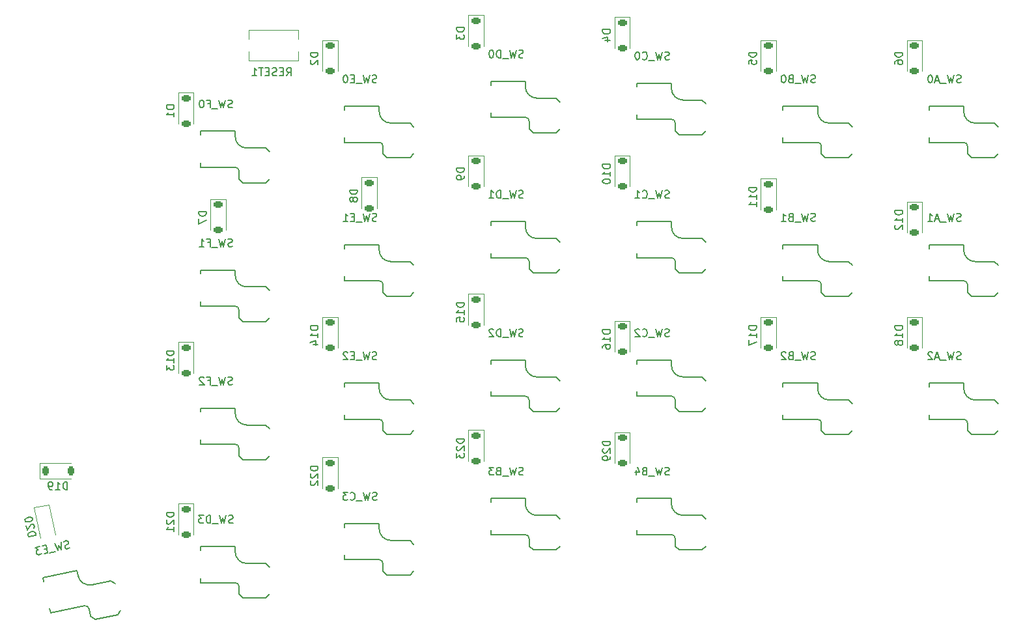
<source format=gbo>
%TF.GenerationSoftware,KiCad,Pcbnew,7.0.5-0*%
%TF.CreationDate,2023-08-04T20:21:57+09:30*%
%TF.ProjectId,Rolio,436f726e-6552-46f6-9c69-6f2e6b696361,rev?*%
%TF.SameCoordinates,Original*%
%TF.FileFunction,Legend,Bot*%
%TF.FilePolarity,Positive*%
%FSLAX46Y46*%
G04 Gerber Fmt 4.6, Leading zero omitted, Abs format (unit mm)*
G04 Created by KiCad (PCBNEW 7.0.5-0) date 2023-08-04 20:21:57*
%MOMM*%
%LPD*%
G01*
G04 APERTURE LIST*
G04 Aperture macros list*
%AMRoundRect*
0 Rectangle with rounded corners*
0 $1 Rounding radius*
0 $2 $3 $4 $5 $6 $7 $8 $9 X,Y pos of 4 corners*
0 Add a 4 corners polygon primitive as box body*
4,1,4,$2,$3,$4,$5,$6,$7,$8,$9,$2,$3,0*
0 Add four circle primitives for the rounded corners*
1,1,$1+$1,$2,$3*
1,1,$1+$1,$4,$5*
1,1,$1+$1,$6,$7*
1,1,$1+$1,$8,$9*
0 Add four rect primitives between the rounded corners*
20,1,$1+$1,$2,$3,$4,$5,0*
20,1,$1+$1,$4,$5,$6,$7,0*
20,1,$1+$1,$6,$7,$8,$9,0*
20,1,$1+$1,$8,$9,$2,$3,0*%
%AMRotRect*
0 Rectangle, with rotation*
0 The origin of the aperture is its center*
0 $1 length*
0 $2 width*
0 $3 Rotation angle, in degrees counterclockwise*
0 Add horizontal line*
21,1,$1,$2,0,0,$3*%
G04 Aperture macros list end*
%ADD10C,0.150000*%
%ADD11C,0.120000*%
%ADD12C,1.701800*%
%ADD13C,3.000000*%
%ADD14C,3.429000*%
%ADD15C,0.990600*%
%ADD16R,2.600000X2.600000*%
%ADD17C,4.300000*%
%ADD18R,1.700000X1.700000*%
%ADD19O,1.700000X1.700000*%
%ADD20C,1.500000*%
%ADD21C,1.600000*%
%ADD22C,0.900000*%
%ADD23R,1.600000X1.600000*%
%ADD24O,1.600000X1.600000*%
%ADD25RotRect,2.600000X2.600000X12.000000*%
%ADD26R,1.350000X1.350000*%
%ADD27O,1.350000X1.350000*%
%ADD28RoundRect,0.225000X-0.375000X0.225000X-0.375000X-0.225000X0.375000X-0.225000X0.375000X0.225000X0*%
%ADD29RoundRect,0.225000X-0.413585X0.142116X-0.320025X-0.298050X0.413585X-0.142116X0.320025X0.298050X0*%
%ADD30R,1.250000X1.000000*%
%ADD31RoundRect,0.225000X-0.225000X-0.375000X0.225000X-0.375000X0.225000X0.375000X-0.225000X0.375000X0*%
G04 APERTURE END LIST*
D10*
X157034285Y-44937200D02*
X156891428Y-44984819D01*
X156891428Y-44984819D02*
X156653333Y-44984819D01*
X156653333Y-44984819D02*
X156558095Y-44937200D01*
X156558095Y-44937200D02*
X156510476Y-44889580D01*
X156510476Y-44889580D02*
X156462857Y-44794342D01*
X156462857Y-44794342D02*
X156462857Y-44699104D01*
X156462857Y-44699104D02*
X156510476Y-44603866D01*
X156510476Y-44603866D02*
X156558095Y-44556247D01*
X156558095Y-44556247D02*
X156653333Y-44508628D01*
X156653333Y-44508628D02*
X156843809Y-44461009D01*
X156843809Y-44461009D02*
X156939047Y-44413390D01*
X156939047Y-44413390D02*
X156986666Y-44365771D01*
X156986666Y-44365771D02*
X157034285Y-44270533D01*
X157034285Y-44270533D02*
X157034285Y-44175295D01*
X157034285Y-44175295D02*
X156986666Y-44080057D01*
X156986666Y-44080057D02*
X156939047Y-44032438D01*
X156939047Y-44032438D02*
X156843809Y-43984819D01*
X156843809Y-43984819D02*
X156605714Y-43984819D01*
X156605714Y-43984819D02*
X156462857Y-44032438D01*
X156129523Y-43984819D02*
X155891428Y-44984819D01*
X155891428Y-44984819D02*
X155700952Y-44270533D01*
X155700952Y-44270533D02*
X155510476Y-44984819D01*
X155510476Y-44984819D02*
X155272381Y-43984819D01*
X155129524Y-45080057D02*
X154367619Y-45080057D01*
X153796190Y-44461009D02*
X153653333Y-44508628D01*
X153653333Y-44508628D02*
X153605714Y-44556247D01*
X153605714Y-44556247D02*
X153558095Y-44651485D01*
X153558095Y-44651485D02*
X153558095Y-44794342D01*
X153558095Y-44794342D02*
X153605714Y-44889580D01*
X153605714Y-44889580D02*
X153653333Y-44937200D01*
X153653333Y-44937200D02*
X153748571Y-44984819D01*
X153748571Y-44984819D02*
X154129523Y-44984819D01*
X154129523Y-44984819D02*
X154129523Y-43984819D01*
X154129523Y-43984819D02*
X153796190Y-43984819D01*
X153796190Y-43984819D02*
X153700952Y-44032438D01*
X153700952Y-44032438D02*
X153653333Y-44080057D01*
X153653333Y-44080057D02*
X153605714Y-44175295D01*
X153605714Y-44175295D02*
X153605714Y-44270533D01*
X153605714Y-44270533D02*
X153653333Y-44365771D01*
X153653333Y-44365771D02*
X153700952Y-44413390D01*
X153700952Y-44413390D02*
X153796190Y-44461009D01*
X153796190Y-44461009D02*
X154129523Y-44461009D01*
X152939047Y-43984819D02*
X152843809Y-43984819D01*
X152843809Y-43984819D02*
X152748571Y-44032438D01*
X152748571Y-44032438D02*
X152700952Y-44080057D01*
X152700952Y-44080057D02*
X152653333Y-44175295D01*
X152653333Y-44175295D02*
X152605714Y-44365771D01*
X152605714Y-44365771D02*
X152605714Y-44603866D01*
X152605714Y-44603866D02*
X152653333Y-44794342D01*
X152653333Y-44794342D02*
X152700952Y-44889580D01*
X152700952Y-44889580D02*
X152748571Y-44937200D01*
X152748571Y-44937200D02*
X152843809Y-44984819D01*
X152843809Y-44984819D02*
X152939047Y-44984819D01*
X152939047Y-44984819D02*
X153034285Y-44937200D01*
X153034285Y-44937200D02*
X153081904Y-44889580D01*
X153081904Y-44889580D02*
X153129523Y-44794342D01*
X153129523Y-44794342D02*
X153177142Y-44603866D01*
X153177142Y-44603866D02*
X153177142Y-44365771D01*
X153177142Y-44365771D02*
X153129523Y-44175295D01*
X153129523Y-44175295D02*
X153081904Y-44080057D01*
X153081904Y-44080057D02*
X153034285Y-44032438D01*
X153034285Y-44032438D02*
X152939047Y-43984819D01*
X119034285Y-95937200D02*
X118891428Y-95984819D01*
X118891428Y-95984819D02*
X118653333Y-95984819D01*
X118653333Y-95984819D02*
X118558095Y-95937200D01*
X118558095Y-95937200D02*
X118510476Y-95889580D01*
X118510476Y-95889580D02*
X118462857Y-95794342D01*
X118462857Y-95794342D02*
X118462857Y-95699104D01*
X118462857Y-95699104D02*
X118510476Y-95603866D01*
X118510476Y-95603866D02*
X118558095Y-95556247D01*
X118558095Y-95556247D02*
X118653333Y-95508628D01*
X118653333Y-95508628D02*
X118843809Y-95461009D01*
X118843809Y-95461009D02*
X118939047Y-95413390D01*
X118939047Y-95413390D02*
X118986666Y-95365771D01*
X118986666Y-95365771D02*
X119034285Y-95270533D01*
X119034285Y-95270533D02*
X119034285Y-95175295D01*
X119034285Y-95175295D02*
X118986666Y-95080057D01*
X118986666Y-95080057D02*
X118939047Y-95032438D01*
X118939047Y-95032438D02*
X118843809Y-94984819D01*
X118843809Y-94984819D02*
X118605714Y-94984819D01*
X118605714Y-94984819D02*
X118462857Y-95032438D01*
X118129523Y-94984819D02*
X117891428Y-95984819D01*
X117891428Y-95984819D02*
X117700952Y-95270533D01*
X117700952Y-95270533D02*
X117510476Y-95984819D01*
X117510476Y-95984819D02*
X117272381Y-94984819D01*
X117129524Y-96080057D02*
X116367619Y-96080057D01*
X115796190Y-95461009D02*
X115653333Y-95508628D01*
X115653333Y-95508628D02*
X115605714Y-95556247D01*
X115605714Y-95556247D02*
X115558095Y-95651485D01*
X115558095Y-95651485D02*
X115558095Y-95794342D01*
X115558095Y-95794342D02*
X115605714Y-95889580D01*
X115605714Y-95889580D02*
X115653333Y-95937200D01*
X115653333Y-95937200D02*
X115748571Y-95984819D01*
X115748571Y-95984819D02*
X116129523Y-95984819D01*
X116129523Y-95984819D02*
X116129523Y-94984819D01*
X116129523Y-94984819D02*
X115796190Y-94984819D01*
X115796190Y-94984819D02*
X115700952Y-95032438D01*
X115700952Y-95032438D02*
X115653333Y-95080057D01*
X115653333Y-95080057D02*
X115605714Y-95175295D01*
X115605714Y-95175295D02*
X115605714Y-95270533D01*
X115605714Y-95270533D02*
X115653333Y-95365771D01*
X115653333Y-95365771D02*
X115700952Y-95413390D01*
X115700952Y-95413390D02*
X115796190Y-95461009D01*
X115796190Y-95461009D02*
X116129523Y-95461009D01*
X115224761Y-94984819D02*
X114605714Y-94984819D01*
X114605714Y-94984819D02*
X114939047Y-95365771D01*
X114939047Y-95365771D02*
X114796190Y-95365771D01*
X114796190Y-95365771D02*
X114700952Y-95413390D01*
X114700952Y-95413390D02*
X114653333Y-95461009D01*
X114653333Y-95461009D02*
X114605714Y-95556247D01*
X114605714Y-95556247D02*
X114605714Y-95794342D01*
X114605714Y-95794342D02*
X114653333Y-95889580D01*
X114653333Y-95889580D02*
X114700952Y-95937200D01*
X114700952Y-95937200D02*
X114796190Y-95984819D01*
X114796190Y-95984819D02*
X115081904Y-95984819D01*
X115081904Y-95984819D02*
X115177142Y-95937200D01*
X115177142Y-95937200D02*
X115224761Y-95889580D01*
X138034285Y-95937200D02*
X137891428Y-95984819D01*
X137891428Y-95984819D02*
X137653333Y-95984819D01*
X137653333Y-95984819D02*
X137558095Y-95937200D01*
X137558095Y-95937200D02*
X137510476Y-95889580D01*
X137510476Y-95889580D02*
X137462857Y-95794342D01*
X137462857Y-95794342D02*
X137462857Y-95699104D01*
X137462857Y-95699104D02*
X137510476Y-95603866D01*
X137510476Y-95603866D02*
X137558095Y-95556247D01*
X137558095Y-95556247D02*
X137653333Y-95508628D01*
X137653333Y-95508628D02*
X137843809Y-95461009D01*
X137843809Y-95461009D02*
X137939047Y-95413390D01*
X137939047Y-95413390D02*
X137986666Y-95365771D01*
X137986666Y-95365771D02*
X138034285Y-95270533D01*
X138034285Y-95270533D02*
X138034285Y-95175295D01*
X138034285Y-95175295D02*
X137986666Y-95080057D01*
X137986666Y-95080057D02*
X137939047Y-95032438D01*
X137939047Y-95032438D02*
X137843809Y-94984819D01*
X137843809Y-94984819D02*
X137605714Y-94984819D01*
X137605714Y-94984819D02*
X137462857Y-95032438D01*
X137129523Y-94984819D02*
X136891428Y-95984819D01*
X136891428Y-95984819D02*
X136700952Y-95270533D01*
X136700952Y-95270533D02*
X136510476Y-95984819D01*
X136510476Y-95984819D02*
X136272381Y-94984819D01*
X136129524Y-96080057D02*
X135367619Y-96080057D01*
X134796190Y-95461009D02*
X134653333Y-95508628D01*
X134653333Y-95508628D02*
X134605714Y-95556247D01*
X134605714Y-95556247D02*
X134558095Y-95651485D01*
X134558095Y-95651485D02*
X134558095Y-95794342D01*
X134558095Y-95794342D02*
X134605714Y-95889580D01*
X134605714Y-95889580D02*
X134653333Y-95937200D01*
X134653333Y-95937200D02*
X134748571Y-95984819D01*
X134748571Y-95984819D02*
X135129523Y-95984819D01*
X135129523Y-95984819D02*
X135129523Y-94984819D01*
X135129523Y-94984819D02*
X134796190Y-94984819D01*
X134796190Y-94984819D02*
X134700952Y-95032438D01*
X134700952Y-95032438D02*
X134653333Y-95080057D01*
X134653333Y-95080057D02*
X134605714Y-95175295D01*
X134605714Y-95175295D02*
X134605714Y-95270533D01*
X134605714Y-95270533D02*
X134653333Y-95365771D01*
X134653333Y-95365771D02*
X134700952Y-95413390D01*
X134700952Y-95413390D02*
X134796190Y-95461009D01*
X134796190Y-95461009D02*
X135129523Y-95461009D01*
X133700952Y-95318152D02*
X133700952Y-95984819D01*
X133939047Y-94937200D02*
X134177142Y-95651485D01*
X134177142Y-95651485D02*
X133558095Y-95651485D01*
X138034285Y-59937200D02*
X137891428Y-59984819D01*
X137891428Y-59984819D02*
X137653333Y-59984819D01*
X137653333Y-59984819D02*
X137558095Y-59937200D01*
X137558095Y-59937200D02*
X137510476Y-59889580D01*
X137510476Y-59889580D02*
X137462857Y-59794342D01*
X137462857Y-59794342D02*
X137462857Y-59699104D01*
X137462857Y-59699104D02*
X137510476Y-59603866D01*
X137510476Y-59603866D02*
X137558095Y-59556247D01*
X137558095Y-59556247D02*
X137653333Y-59508628D01*
X137653333Y-59508628D02*
X137843809Y-59461009D01*
X137843809Y-59461009D02*
X137939047Y-59413390D01*
X137939047Y-59413390D02*
X137986666Y-59365771D01*
X137986666Y-59365771D02*
X138034285Y-59270533D01*
X138034285Y-59270533D02*
X138034285Y-59175295D01*
X138034285Y-59175295D02*
X137986666Y-59080057D01*
X137986666Y-59080057D02*
X137939047Y-59032438D01*
X137939047Y-59032438D02*
X137843809Y-58984819D01*
X137843809Y-58984819D02*
X137605714Y-58984819D01*
X137605714Y-58984819D02*
X137462857Y-59032438D01*
X137129523Y-58984819D02*
X136891428Y-59984819D01*
X136891428Y-59984819D02*
X136700952Y-59270533D01*
X136700952Y-59270533D02*
X136510476Y-59984819D01*
X136510476Y-59984819D02*
X136272381Y-58984819D01*
X136129524Y-60080057D02*
X135367619Y-60080057D01*
X134558095Y-59889580D02*
X134605714Y-59937200D01*
X134605714Y-59937200D02*
X134748571Y-59984819D01*
X134748571Y-59984819D02*
X134843809Y-59984819D01*
X134843809Y-59984819D02*
X134986666Y-59937200D01*
X134986666Y-59937200D02*
X135081904Y-59841961D01*
X135081904Y-59841961D02*
X135129523Y-59746723D01*
X135129523Y-59746723D02*
X135177142Y-59556247D01*
X135177142Y-59556247D02*
X135177142Y-59413390D01*
X135177142Y-59413390D02*
X135129523Y-59222914D01*
X135129523Y-59222914D02*
X135081904Y-59127676D01*
X135081904Y-59127676D02*
X134986666Y-59032438D01*
X134986666Y-59032438D02*
X134843809Y-58984819D01*
X134843809Y-58984819D02*
X134748571Y-58984819D01*
X134748571Y-58984819D02*
X134605714Y-59032438D01*
X134605714Y-59032438D02*
X134558095Y-59080057D01*
X133605714Y-59984819D02*
X134177142Y-59984819D01*
X133891428Y-59984819D02*
X133891428Y-58984819D01*
X133891428Y-58984819D02*
X133986666Y-59127676D01*
X133986666Y-59127676D02*
X134081904Y-59222914D01*
X134081904Y-59222914D02*
X134177142Y-59270533D01*
X157034285Y-62937200D02*
X156891428Y-62984819D01*
X156891428Y-62984819D02*
X156653333Y-62984819D01*
X156653333Y-62984819D02*
X156558095Y-62937200D01*
X156558095Y-62937200D02*
X156510476Y-62889580D01*
X156510476Y-62889580D02*
X156462857Y-62794342D01*
X156462857Y-62794342D02*
X156462857Y-62699104D01*
X156462857Y-62699104D02*
X156510476Y-62603866D01*
X156510476Y-62603866D02*
X156558095Y-62556247D01*
X156558095Y-62556247D02*
X156653333Y-62508628D01*
X156653333Y-62508628D02*
X156843809Y-62461009D01*
X156843809Y-62461009D02*
X156939047Y-62413390D01*
X156939047Y-62413390D02*
X156986666Y-62365771D01*
X156986666Y-62365771D02*
X157034285Y-62270533D01*
X157034285Y-62270533D02*
X157034285Y-62175295D01*
X157034285Y-62175295D02*
X156986666Y-62080057D01*
X156986666Y-62080057D02*
X156939047Y-62032438D01*
X156939047Y-62032438D02*
X156843809Y-61984819D01*
X156843809Y-61984819D02*
X156605714Y-61984819D01*
X156605714Y-61984819D02*
X156462857Y-62032438D01*
X156129523Y-61984819D02*
X155891428Y-62984819D01*
X155891428Y-62984819D02*
X155700952Y-62270533D01*
X155700952Y-62270533D02*
X155510476Y-62984819D01*
X155510476Y-62984819D02*
X155272381Y-61984819D01*
X155129524Y-63080057D02*
X154367619Y-63080057D01*
X153796190Y-62461009D02*
X153653333Y-62508628D01*
X153653333Y-62508628D02*
X153605714Y-62556247D01*
X153605714Y-62556247D02*
X153558095Y-62651485D01*
X153558095Y-62651485D02*
X153558095Y-62794342D01*
X153558095Y-62794342D02*
X153605714Y-62889580D01*
X153605714Y-62889580D02*
X153653333Y-62937200D01*
X153653333Y-62937200D02*
X153748571Y-62984819D01*
X153748571Y-62984819D02*
X154129523Y-62984819D01*
X154129523Y-62984819D02*
X154129523Y-61984819D01*
X154129523Y-61984819D02*
X153796190Y-61984819D01*
X153796190Y-61984819D02*
X153700952Y-62032438D01*
X153700952Y-62032438D02*
X153653333Y-62080057D01*
X153653333Y-62080057D02*
X153605714Y-62175295D01*
X153605714Y-62175295D02*
X153605714Y-62270533D01*
X153605714Y-62270533D02*
X153653333Y-62365771D01*
X153653333Y-62365771D02*
X153700952Y-62413390D01*
X153700952Y-62413390D02*
X153796190Y-62461009D01*
X153796190Y-62461009D02*
X154129523Y-62461009D01*
X152605714Y-62984819D02*
X153177142Y-62984819D01*
X152891428Y-62984819D02*
X152891428Y-61984819D01*
X152891428Y-61984819D02*
X152986666Y-62127676D01*
X152986666Y-62127676D02*
X153081904Y-62222914D01*
X153081904Y-62222914D02*
X153177142Y-62270533D01*
X81242856Y-48187200D02*
X81099999Y-48234819D01*
X81099999Y-48234819D02*
X80861904Y-48234819D01*
X80861904Y-48234819D02*
X80766666Y-48187200D01*
X80766666Y-48187200D02*
X80719047Y-48139580D01*
X80719047Y-48139580D02*
X80671428Y-48044342D01*
X80671428Y-48044342D02*
X80671428Y-47949104D01*
X80671428Y-47949104D02*
X80719047Y-47853866D01*
X80719047Y-47853866D02*
X80766666Y-47806247D01*
X80766666Y-47806247D02*
X80861904Y-47758628D01*
X80861904Y-47758628D02*
X81052380Y-47711009D01*
X81052380Y-47711009D02*
X81147618Y-47663390D01*
X81147618Y-47663390D02*
X81195237Y-47615771D01*
X81195237Y-47615771D02*
X81242856Y-47520533D01*
X81242856Y-47520533D02*
X81242856Y-47425295D01*
X81242856Y-47425295D02*
X81195237Y-47330057D01*
X81195237Y-47330057D02*
X81147618Y-47282438D01*
X81147618Y-47282438D02*
X81052380Y-47234819D01*
X81052380Y-47234819D02*
X80814285Y-47234819D01*
X80814285Y-47234819D02*
X80671428Y-47282438D01*
X80338094Y-47234819D02*
X80099999Y-48234819D01*
X80099999Y-48234819D02*
X79909523Y-47520533D01*
X79909523Y-47520533D02*
X79719047Y-48234819D01*
X79719047Y-48234819D02*
X79480952Y-47234819D01*
X79338095Y-48330057D02*
X78576190Y-48330057D01*
X78004761Y-47711009D02*
X78338094Y-47711009D01*
X78338094Y-48234819D02*
X78338094Y-47234819D01*
X78338094Y-47234819D02*
X77861904Y-47234819D01*
X77290475Y-47234819D02*
X77195237Y-47234819D01*
X77195237Y-47234819D02*
X77099999Y-47282438D01*
X77099999Y-47282438D02*
X77052380Y-47330057D01*
X77052380Y-47330057D02*
X77004761Y-47425295D01*
X77004761Y-47425295D02*
X76957142Y-47615771D01*
X76957142Y-47615771D02*
X76957142Y-47853866D01*
X76957142Y-47853866D02*
X77004761Y-48044342D01*
X77004761Y-48044342D02*
X77052380Y-48139580D01*
X77052380Y-48139580D02*
X77099999Y-48187200D01*
X77099999Y-48187200D02*
X77195237Y-48234819D01*
X77195237Y-48234819D02*
X77290475Y-48234819D01*
X77290475Y-48234819D02*
X77385713Y-48187200D01*
X77385713Y-48187200D02*
X77433332Y-48139580D01*
X77433332Y-48139580D02*
X77480951Y-48044342D01*
X77480951Y-48044342D02*
X77528570Y-47853866D01*
X77528570Y-47853866D02*
X77528570Y-47615771D01*
X77528570Y-47615771D02*
X77480951Y-47425295D01*
X77480951Y-47425295D02*
X77433332Y-47330057D01*
X77433332Y-47330057D02*
X77385713Y-47282438D01*
X77385713Y-47282438D02*
X77290475Y-47234819D01*
X175962856Y-80937200D02*
X175819999Y-80984819D01*
X175819999Y-80984819D02*
X175581904Y-80984819D01*
X175581904Y-80984819D02*
X175486666Y-80937200D01*
X175486666Y-80937200D02*
X175439047Y-80889580D01*
X175439047Y-80889580D02*
X175391428Y-80794342D01*
X175391428Y-80794342D02*
X175391428Y-80699104D01*
X175391428Y-80699104D02*
X175439047Y-80603866D01*
X175439047Y-80603866D02*
X175486666Y-80556247D01*
X175486666Y-80556247D02*
X175581904Y-80508628D01*
X175581904Y-80508628D02*
X175772380Y-80461009D01*
X175772380Y-80461009D02*
X175867618Y-80413390D01*
X175867618Y-80413390D02*
X175915237Y-80365771D01*
X175915237Y-80365771D02*
X175962856Y-80270533D01*
X175962856Y-80270533D02*
X175962856Y-80175295D01*
X175962856Y-80175295D02*
X175915237Y-80080057D01*
X175915237Y-80080057D02*
X175867618Y-80032438D01*
X175867618Y-80032438D02*
X175772380Y-79984819D01*
X175772380Y-79984819D02*
X175534285Y-79984819D01*
X175534285Y-79984819D02*
X175391428Y-80032438D01*
X175058094Y-79984819D02*
X174819999Y-80984819D01*
X174819999Y-80984819D02*
X174629523Y-80270533D01*
X174629523Y-80270533D02*
X174439047Y-80984819D01*
X174439047Y-80984819D02*
X174200952Y-79984819D01*
X174058095Y-81080057D02*
X173296190Y-81080057D01*
X173105713Y-80699104D02*
X172629523Y-80699104D01*
X173200951Y-80984819D02*
X172867618Y-79984819D01*
X172867618Y-79984819D02*
X172534285Y-80984819D01*
X172248570Y-80080057D02*
X172200951Y-80032438D01*
X172200951Y-80032438D02*
X172105713Y-79984819D01*
X172105713Y-79984819D02*
X171867618Y-79984819D01*
X171867618Y-79984819D02*
X171772380Y-80032438D01*
X171772380Y-80032438D02*
X171724761Y-80080057D01*
X171724761Y-80080057D02*
X171677142Y-80175295D01*
X171677142Y-80175295D02*
X171677142Y-80270533D01*
X171677142Y-80270533D02*
X171724761Y-80413390D01*
X171724761Y-80413390D02*
X172296189Y-80984819D01*
X172296189Y-80984819D02*
X171677142Y-80984819D01*
X119034285Y-59937200D02*
X118891428Y-59984819D01*
X118891428Y-59984819D02*
X118653333Y-59984819D01*
X118653333Y-59984819D02*
X118558095Y-59937200D01*
X118558095Y-59937200D02*
X118510476Y-59889580D01*
X118510476Y-59889580D02*
X118462857Y-59794342D01*
X118462857Y-59794342D02*
X118462857Y-59699104D01*
X118462857Y-59699104D02*
X118510476Y-59603866D01*
X118510476Y-59603866D02*
X118558095Y-59556247D01*
X118558095Y-59556247D02*
X118653333Y-59508628D01*
X118653333Y-59508628D02*
X118843809Y-59461009D01*
X118843809Y-59461009D02*
X118939047Y-59413390D01*
X118939047Y-59413390D02*
X118986666Y-59365771D01*
X118986666Y-59365771D02*
X119034285Y-59270533D01*
X119034285Y-59270533D02*
X119034285Y-59175295D01*
X119034285Y-59175295D02*
X118986666Y-59080057D01*
X118986666Y-59080057D02*
X118939047Y-59032438D01*
X118939047Y-59032438D02*
X118843809Y-58984819D01*
X118843809Y-58984819D02*
X118605714Y-58984819D01*
X118605714Y-58984819D02*
X118462857Y-59032438D01*
X118129523Y-58984819D02*
X117891428Y-59984819D01*
X117891428Y-59984819D02*
X117700952Y-59270533D01*
X117700952Y-59270533D02*
X117510476Y-59984819D01*
X117510476Y-59984819D02*
X117272381Y-58984819D01*
X117129524Y-60080057D02*
X116367619Y-60080057D01*
X116129523Y-59984819D02*
X116129523Y-58984819D01*
X116129523Y-58984819D02*
X115891428Y-58984819D01*
X115891428Y-58984819D02*
X115748571Y-59032438D01*
X115748571Y-59032438D02*
X115653333Y-59127676D01*
X115653333Y-59127676D02*
X115605714Y-59222914D01*
X115605714Y-59222914D02*
X115558095Y-59413390D01*
X115558095Y-59413390D02*
X115558095Y-59556247D01*
X115558095Y-59556247D02*
X115605714Y-59746723D01*
X115605714Y-59746723D02*
X115653333Y-59841961D01*
X115653333Y-59841961D02*
X115748571Y-59937200D01*
X115748571Y-59937200D02*
X115891428Y-59984819D01*
X115891428Y-59984819D02*
X116129523Y-59984819D01*
X114605714Y-59984819D02*
X115177142Y-59984819D01*
X114891428Y-59984819D02*
X114891428Y-58984819D01*
X114891428Y-58984819D02*
X114986666Y-59127676D01*
X114986666Y-59127676D02*
X115081904Y-59222914D01*
X115081904Y-59222914D02*
X115177142Y-59270533D01*
X99986666Y-80937200D02*
X99843809Y-80984819D01*
X99843809Y-80984819D02*
X99605714Y-80984819D01*
X99605714Y-80984819D02*
X99510476Y-80937200D01*
X99510476Y-80937200D02*
X99462857Y-80889580D01*
X99462857Y-80889580D02*
X99415238Y-80794342D01*
X99415238Y-80794342D02*
X99415238Y-80699104D01*
X99415238Y-80699104D02*
X99462857Y-80603866D01*
X99462857Y-80603866D02*
X99510476Y-80556247D01*
X99510476Y-80556247D02*
X99605714Y-80508628D01*
X99605714Y-80508628D02*
X99796190Y-80461009D01*
X99796190Y-80461009D02*
X99891428Y-80413390D01*
X99891428Y-80413390D02*
X99939047Y-80365771D01*
X99939047Y-80365771D02*
X99986666Y-80270533D01*
X99986666Y-80270533D02*
X99986666Y-80175295D01*
X99986666Y-80175295D02*
X99939047Y-80080057D01*
X99939047Y-80080057D02*
X99891428Y-80032438D01*
X99891428Y-80032438D02*
X99796190Y-79984819D01*
X99796190Y-79984819D02*
X99558095Y-79984819D01*
X99558095Y-79984819D02*
X99415238Y-80032438D01*
X99081904Y-79984819D02*
X98843809Y-80984819D01*
X98843809Y-80984819D02*
X98653333Y-80270533D01*
X98653333Y-80270533D02*
X98462857Y-80984819D01*
X98462857Y-80984819D02*
X98224762Y-79984819D01*
X98081905Y-81080057D02*
X97320000Y-81080057D01*
X97081904Y-80461009D02*
X96748571Y-80461009D01*
X96605714Y-80984819D02*
X97081904Y-80984819D01*
X97081904Y-80984819D02*
X97081904Y-79984819D01*
X97081904Y-79984819D02*
X96605714Y-79984819D01*
X96224761Y-80080057D02*
X96177142Y-80032438D01*
X96177142Y-80032438D02*
X96081904Y-79984819D01*
X96081904Y-79984819D02*
X95843809Y-79984819D01*
X95843809Y-79984819D02*
X95748571Y-80032438D01*
X95748571Y-80032438D02*
X95700952Y-80080057D01*
X95700952Y-80080057D02*
X95653333Y-80175295D01*
X95653333Y-80175295D02*
X95653333Y-80270533D01*
X95653333Y-80270533D02*
X95700952Y-80413390D01*
X95700952Y-80413390D02*
X96272380Y-80984819D01*
X96272380Y-80984819D02*
X95653333Y-80984819D01*
X119034285Y-77937200D02*
X118891428Y-77984819D01*
X118891428Y-77984819D02*
X118653333Y-77984819D01*
X118653333Y-77984819D02*
X118558095Y-77937200D01*
X118558095Y-77937200D02*
X118510476Y-77889580D01*
X118510476Y-77889580D02*
X118462857Y-77794342D01*
X118462857Y-77794342D02*
X118462857Y-77699104D01*
X118462857Y-77699104D02*
X118510476Y-77603866D01*
X118510476Y-77603866D02*
X118558095Y-77556247D01*
X118558095Y-77556247D02*
X118653333Y-77508628D01*
X118653333Y-77508628D02*
X118843809Y-77461009D01*
X118843809Y-77461009D02*
X118939047Y-77413390D01*
X118939047Y-77413390D02*
X118986666Y-77365771D01*
X118986666Y-77365771D02*
X119034285Y-77270533D01*
X119034285Y-77270533D02*
X119034285Y-77175295D01*
X119034285Y-77175295D02*
X118986666Y-77080057D01*
X118986666Y-77080057D02*
X118939047Y-77032438D01*
X118939047Y-77032438D02*
X118843809Y-76984819D01*
X118843809Y-76984819D02*
X118605714Y-76984819D01*
X118605714Y-76984819D02*
X118462857Y-77032438D01*
X118129523Y-76984819D02*
X117891428Y-77984819D01*
X117891428Y-77984819D02*
X117700952Y-77270533D01*
X117700952Y-77270533D02*
X117510476Y-77984819D01*
X117510476Y-77984819D02*
X117272381Y-76984819D01*
X117129524Y-78080057D02*
X116367619Y-78080057D01*
X116129523Y-77984819D02*
X116129523Y-76984819D01*
X116129523Y-76984819D02*
X115891428Y-76984819D01*
X115891428Y-76984819D02*
X115748571Y-77032438D01*
X115748571Y-77032438D02*
X115653333Y-77127676D01*
X115653333Y-77127676D02*
X115605714Y-77222914D01*
X115605714Y-77222914D02*
X115558095Y-77413390D01*
X115558095Y-77413390D02*
X115558095Y-77556247D01*
X115558095Y-77556247D02*
X115605714Y-77746723D01*
X115605714Y-77746723D02*
X115653333Y-77841961D01*
X115653333Y-77841961D02*
X115748571Y-77937200D01*
X115748571Y-77937200D02*
X115891428Y-77984819D01*
X115891428Y-77984819D02*
X116129523Y-77984819D01*
X115177142Y-77080057D02*
X115129523Y-77032438D01*
X115129523Y-77032438D02*
X115034285Y-76984819D01*
X115034285Y-76984819D02*
X114796190Y-76984819D01*
X114796190Y-76984819D02*
X114700952Y-77032438D01*
X114700952Y-77032438D02*
X114653333Y-77080057D01*
X114653333Y-77080057D02*
X114605714Y-77175295D01*
X114605714Y-77175295D02*
X114605714Y-77270533D01*
X114605714Y-77270533D02*
X114653333Y-77413390D01*
X114653333Y-77413390D02*
X115224761Y-77984819D01*
X115224761Y-77984819D02*
X114605714Y-77984819D01*
X99986666Y-44937200D02*
X99843809Y-44984819D01*
X99843809Y-44984819D02*
X99605714Y-44984819D01*
X99605714Y-44984819D02*
X99510476Y-44937200D01*
X99510476Y-44937200D02*
X99462857Y-44889580D01*
X99462857Y-44889580D02*
X99415238Y-44794342D01*
X99415238Y-44794342D02*
X99415238Y-44699104D01*
X99415238Y-44699104D02*
X99462857Y-44603866D01*
X99462857Y-44603866D02*
X99510476Y-44556247D01*
X99510476Y-44556247D02*
X99605714Y-44508628D01*
X99605714Y-44508628D02*
X99796190Y-44461009D01*
X99796190Y-44461009D02*
X99891428Y-44413390D01*
X99891428Y-44413390D02*
X99939047Y-44365771D01*
X99939047Y-44365771D02*
X99986666Y-44270533D01*
X99986666Y-44270533D02*
X99986666Y-44175295D01*
X99986666Y-44175295D02*
X99939047Y-44080057D01*
X99939047Y-44080057D02*
X99891428Y-44032438D01*
X99891428Y-44032438D02*
X99796190Y-43984819D01*
X99796190Y-43984819D02*
X99558095Y-43984819D01*
X99558095Y-43984819D02*
X99415238Y-44032438D01*
X99081904Y-43984819D02*
X98843809Y-44984819D01*
X98843809Y-44984819D02*
X98653333Y-44270533D01*
X98653333Y-44270533D02*
X98462857Y-44984819D01*
X98462857Y-44984819D02*
X98224762Y-43984819D01*
X98081905Y-45080057D02*
X97320000Y-45080057D01*
X97081904Y-44461009D02*
X96748571Y-44461009D01*
X96605714Y-44984819D02*
X97081904Y-44984819D01*
X97081904Y-44984819D02*
X97081904Y-43984819D01*
X97081904Y-43984819D02*
X96605714Y-43984819D01*
X95986666Y-43984819D02*
X95891428Y-43984819D01*
X95891428Y-43984819D02*
X95796190Y-44032438D01*
X95796190Y-44032438D02*
X95748571Y-44080057D01*
X95748571Y-44080057D02*
X95700952Y-44175295D01*
X95700952Y-44175295D02*
X95653333Y-44365771D01*
X95653333Y-44365771D02*
X95653333Y-44603866D01*
X95653333Y-44603866D02*
X95700952Y-44794342D01*
X95700952Y-44794342D02*
X95748571Y-44889580D01*
X95748571Y-44889580D02*
X95796190Y-44937200D01*
X95796190Y-44937200D02*
X95891428Y-44984819D01*
X95891428Y-44984819D02*
X95986666Y-44984819D01*
X95986666Y-44984819D02*
X96081904Y-44937200D01*
X96081904Y-44937200D02*
X96129523Y-44889580D01*
X96129523Y-44889580D02*
X96177142Y-44794342D01*
X96177142Y-44794342D02*
X96224761Y-44603866D01*
X96224761Y-44603866D02*
X96224761Y-44365771D01*
X96224761Y-44365771D02*
X96177142Y-44175295D01*
X96177142Y-44175295D02*
X96129523Y-44080057D01*
X96129523Y-44080057D02*
X96081904Y-44032438D01*
X96081904Y-44032438D02*
X95986666Y-43984819D01*
X175962856Y-62937200D02*
X175819999Y-62984819D01*
X175819999Y-62984819D02*
X175581904Y-62984819D01*
X175581904Y-62984819D02*
X175486666Y-62937200D01*
X175486666Y-62937200D02*
X175439047Y-62889580D01*
X175439047Y-62889580D02*
X175391428Y-62794342D01*
X175391428Y-62794342D02*
X175391428Y-62699104D01*
X175391428Y-62699104D02*
X175439047Y-62603866D01*
X175439047Y-62603866D02*
X175486666Y-62556247D01*
X175486666Y-62556247D02*
X175581904Y-62508628D01*
X175581904Y-62508628D02*
X175772380Y-62461009D01*
X175772380Y-62461009D02*
X175867618Y-62413390D01*
X175867618Y-62413390D02*
X175915237Y-62365771D01*
X175915237Y-62365771D02*
X175962856Y-62270533D01*
X175962856Y-62270533D02*
X175962856Y-62175295D01*
X175962856Y-62175295D02*
X175915237Y-62080057D01*
X175915237Y-62080057D02*
X175867618Y-62032438D01*
X175867618Y-62032438D02*
X175772380Y-61984819D01*
X175772380Y-61984819D02*
X175534285Y-61984819D01*
X175534285Y-61984819D02*
X175391428Y-62032438D01*
X175058094Y-61984819D02*
X174819999Y-62984819D01*
X174819999Y-62984819D02*
X174629523Y-62270533D01*
X174629523Y-62270533D02*
X174439047Y-62984819D01*
X174439047Y-62984819D02*
X174200952Y-61984819D01*
X174058095Y-63080057D02*
X173296190Y-63080057D01*
X173105713Y-62699104D02*
X172629523Y-62699104D01*
X173200951Y-62984819D02*
X172867618Y-61984819D01*
X172867618Y-61984819D02*
X172534285Y-62984819D01*
X171677142Y-62984819D02*
X172248570Y-62984819D01*
X171962856Y-62984819D02*
X171962856Y-61984819D01*
X171962856Y-61984819D02*
X172058094Y-62127676D01*
X172058094Y-62127676D02*
X172153332Y-62222914D01*
X172153332Y-62222914D02*
X172248570Y-62270533D01*
X175962856Y-44937200D02*
X175819999Y-44984819D01*
X175819999Y-44984819D02*
X175581904Y-44984819D01*
X175581904Y-44984819D02*
X175486666Y-44937200D01*
X175486666Y-44937200D02*
X175439047Y-44889580D01*
X175439047Y-44889580D02*
X175391428Y-44794342D01*
X175391428Y-44794342D02*
X175391428Y-44699104D01*
X175391428Y-44699104D02*
X175439047Y-44603866D01*
X175439047Y-44603866D02*
X175486666Y-44556247D01*
X175486666Y-44556247D02*
X175581904Y-44508628D01*
X175581904Y-44508628D02*
X175772380Y-44461009D01*
X175772380Y-44461009D02*
X175867618Y-44413390D01*
X175867618Y-44413390D02*
X175915237Y-44365771D01*
X175915237Y-44365771D02*
X175962856Y-44270533D01*
X175962856Y-44270533D02*
X175962856Y-44175295D01*
X175962856Y-44175295D02*
X175915237Y-44080057D01*
X175915237Y-44080057D02*
X175867618Y-44032438D01*
X175867618Y-44032438D02*
X175772380Y-43984819D01*
X175772380Y-43984819D02*
X175534285Y-43984819D01*
X175534285Y-43984819D02*
X175391428Y-44032438D01*
X175058094Y-43984819D02*
X174819999Y-44984819D01*
X174819999Y-44984819D02*
X174629523Y-44270533D01*
X174629523Y-44270533D02*
X174439047Y-44984819D01*
X174439047Y-44984819D02*
X174200952Y-43984819D01*
X174058095Y-45080057D02*
X173296190Y-45080057D01*
X173105713Y-44699104D02*
X172629523Y-44699104D01*
X173200951Y-44984819D02*
X172867618Y-43984819D01*
X172867618Y-43984819D02*
X172534285Y-44984819D01*
X172010475Y-43984819D02*
X171915237Y-43984819D01*
X171915237Y-43984819D02*
X171819999Y-44032438D01*
X171819999Y-44032438D02*
X171772380Y-44080057D01*
X171772380Y-44080057D02*
X171724761Y-44175295D01*
X171724761Y-44175295D02*
X171677142Y-44365771D01*
X171677142Y-44365771D02*
X171677142Y-44603866D01*
X171677142Y-44603866D02*
X171724761Y-44794342D01*
X171724761Y-44794342D02*
X171772380Y-44889580D01*
X171772380Y-44889580D02*
X171819999Y-44937200D01*
X171819999Y-44937200D02*
X171915237Y-44984819D01*
X171915237Y-44984819D02*
X172010475Y-44984819D01*
X172010475Y-44984819D02*
X172105713Y-44937200D01*
X172105713Y-44937200D02*
X172153332Y-44889580D01*
X172153332Y-44889580D02*
X172200951Y-44794342D01*
X172200951Y-44794342D02*
X172248570Y-44603866D01*
X172248570Y-44603866D02*
X172248570Y-44365771D01*
X172248570Y-44365771D02*
X172200951Y-44175295D01*
X172200951Y-44175295D02*
X172153332Y-44080057D01*
X172153332Y-44080057D02*
X172105713Y-44032438D01*
X172105713Y-44032438D02*
X172010475Y-43984819D01*
X81242856Y-84187200D02*
X81099999Y-84234819D01*
X81099999Y-84234819D02*
X80861904Y-84234819D01*
X80861904Y-84234819D02*
X80766666Y-84187200D01*
X80766666Y-84187200D02*
X80719047Y-84139580D01*
X80719047Y-84139580D02*
X80671428Y-84044342D01*
X80671428Y-84044342D02*
X80671428Y-83949104D01*
X80671428Y-83949104D02*
X80719047Y-83853866D01*
X80719047Y-83853866D02*
X80766666Y-83806247D01*
X80766666Y-83806247D02*
X80861904Y-83758628D01*
X80861904Y-83758628D02*
X81052380Y-83711009D01*
X81052380Y-83711009D02*
X81147618Y-83663390D01*
X81147618Y-83663390D02*
X81195237Y-83615771D01*
X81195237Y-83615771D02*
X81242856Y-83520533D01*
X81242856Y-83520533D02*
X81242856Y-83425295D01*
X81242856Y-83425295D02*
X81195237Y-83330057D01*
X81195237Y-83330057D02*
X81147618Y-83282438D01*
X81147618Y-83282438D02*
X81052380Y-83234819D01*
X81052380Y-83234819D02*
X80814285Y-83234819D01*
X80814285Y-83234819D02*
X80671428Y-83282438D01*
X80338094Y-83234819D02*
X80099999Y-84234819D01*
X80099999Y-84234819D02*
X79909523Y-83520533D01*
X79909523Y-83520533D02*
X79719047Y-84234819D01*
X79719047Y-84234819D02*
X79480952Y-83234819D01*
X79338095Y-84330057D02*
X78576190Y-84330057D01*
X78004761Y-83711009D02*
X78338094Y-83711009D01*
X78338094Y-84234819D02*
X78338094Y-83234819D01*
X78338094Y-83234819D02*
X77861904Y-83234819D01*
X77528570Y-83330057D02*
X77480951Y-83282438D01*
X77480951Y-83282438D02*
X77385713Y-83234819D01*
X77385713Y-83234819D02*
X77147618Y-83234819D01*
X77147618Y-83234819D02*
X77052380Y-83282438D01*
X77052380Y-83282438D02*
X77004761Y-83330057D01*
X77004761Y-83330057D02*
X76957142Y-83425295D01*
X76957142Y-83425295D02*
X76957142Y-83520533D01*
X76957142Y-83520533D02*
X77004761Y-83663390D01*
X77004761Y-83663390D02*
X77576189Y-84234819D01*
X77576189Y-84234819D02*
X76957142Y-84234819D01*
X119034285Y-41687200D02*
X118891428Y-41734819D01*
X118891428Y-41734819D02*
X118653333Y-41734819D01*
X118653333Y-41734819D02*
X118558095Y-41687200D01*
X118558095Y-41687200D02*
X118510476Y-41639580D01*
X118510476Y-41639580D02*
X118462857Y-41544342D01*
X118462857Y-41544342D02*
X118462857Y-41449104D01*
X118462857Y-41449104D02*
X118510476Y-41353866D01*
X118510476Y-41353866D02*
X118558095Y-41306247D01*
X118558095Y-41306247D02*
X118653333Y-41258628D01*
X118653333Y-41258628D02*
X118843809Y-41211009D01*
X118843809Y-41211009D02*
X118939047Y-41163390D01*
X118939047Y-41163390D02*
X118986666Y-41115771D01*
X118986666Y-41115771D02*
X119034285Y-41020533D01*
X119034285Y-41020533D02*
X119034285Y-40925295D01*
X119034285Y-40925295D02*
X118986666Y-40830057D01*
X118986666Y-40830057D02*
X118939047Y-40782438D01*
X118939047Y-40782438D02*
X118843809Y-40734819D01*
X118843809Y-40734819D02*
X118605714Y-40734819D01*
X118605714Y-40734819D02*
X118462857Y-40782438D01*
X118129523Y-40734819D02*
X117891428Y-41734819D01*
X117891428Y-41734819D02*
X117700952Y-41020533D01*
X117700952Y-41020533D02*
X117510476Y-41734819D01*
X117510476Y-41734819D02*
X117272381Y-40734819D01*
X117129524Y-41830057D02*
X116367619Y-41830057D01*
X116129523Y-41734819D02*
X116129523Y-40734819D01*
X116129523Y-40734819D02*
X115891428Y-40734819D01*
X115891428Y-40734819D02*
X115748571Y-40782438D01*
X115748571Y-40782438D02*
X115653333Y-40877676D01*
X115653333Y-40877676D02*
X115605714Y-40972914D01*
X115605714Y-40972914D02*
X115558095Y-41163390D01*
X115558095Y-41163390D02*
X115558095Y-41306247D01*
X115558095Y-41306247D02*
X115605714Y-41496723D01*
X115605714Y-41496723D02*
X115653333Y-41591961D01*
X115653333Y-41591961D02*
X115748571Y-41687200D01*
X115748571Y-41687200D02*
X115891428Y-41734819D01*
X115891428Y-41734819D02*
X116129523Y-41734819D01*
X114939047Y-40734819D02*
X114843809Y-40734819D01*
X114843809Y-40734819D02*
X114748571Y-40782438D01*
X114748571Y-40782438D02*
X114700952Y-40830057D01*
X114700952Y-40830057D02*
X114653333Y-40925295D01*
X114653333Y-40925295D02*
X114605714Y-41115771D01*
X114605714Y-41115771D02*
X114605714Y-41353866D01*
X114605714Y-41353866D02*
X114653333Y-41544342D01*
X114653333Y-41544342D02*
X114700952Y-41639580D01*
X114700952Y-41639580D02*
X114748571Y-41687200D01*
X114748571Y-41687200D02*
X114843809Y-41734819D01*
X114843809Y-41734819D02*
X114939047Y-41734819D01*
X114939047Y-41734819D02*
X115034285Y-41687200D01*
X115034285Y-41687200D02*
X115081904Y-41639580D01*
X115081904Y-41639580D02*
X115129523Y-41544342D01*
X115129523Y-41544342D02*
X115177142Y-41353866D01*
X115177142Y-41353866D02*
X115177142Y-41115771D01*
X115177142Y-41115771D02*
X115129523Y-40925295D01*
X115129523Y-40925295D02*
X115081904Y-40830057D01*
X115081904Y-40830057D02*
X115034285Y-40782438D01*
X115034285Y-40782438D02*
X114939047Y-40734819D01*
X60057800Y-105435564D02*
X59927965Y-105511844D01*
X59927965Y-105511844D02*
X59695073Y-105561347D01*
X59695073Y-105561347D02*
X59592016Y-105534569D01*
X59592016Y-105534569D02*
X59535536Y-105497892D01*
X59535536Y-105497892D02*
X59469157Y-105414635D01*
X59469157Y-105414635D02*
X59449356Y-105321478D01*
X59449356Y-105321478D02*
X59476133Y-105218421D01*
X59476133Y-105218421D02*
X59512811Y-105161942D01*
X59512811Y-105161942D02*
X59596067Y-105095562D01*
X59596067Y-105095562D02*
X59772481Y-105009381D01*
X59772481Y-105009381D02*
X59855737Y-104943002D01*
X59855737Y-104943002D02*
X59892415Y-104886523D01*
X59892415Y-104886523D02*
X59919192Y-104783465D01*
X59919192Y-104783465D02*
X59899391Y-104690309D01*
X59899391Y-104690309D02*
X59833012Y-104607052D01*
X59833012Y-104607052D02*
X59776533Y-104570374D01*
X59776533Y-104570374D02*
X59673475Y-104543597D01*
X59673475Y-104543597D02*
X59440583Y-104593100D01*
X59440583Y-104593100D02*
X59310748Y-104669380D01*
X58974798Y-104692105D02*
X58949818Y-105719756D01*
X58949818Y-105719756D02*
X58614995Y-105060681D01*
X58614995Y-105060681D02*
X58577190Y-105798960D01*
X58577190Y-105798960D02*
X58136386Y-104870315D01*
X58224364Y-105971321D02*
X57479108Y-106129730D01*
X57117508Y-105573713D02*
X56791459Y-105643017D01*
X56760630Y-106185082D02*
X57226415Y-106086076D01*
X57226415Y-106086076D02*
X57018503Y-105107929D01*
X57018503Y-105107929D02*
X56552718Y-105206934D01*
X56226669Y-105276238D02*
X55621149Y-105404945D01*
X55621149Y-105404945D02*
X56026403Y-105708269D01*
X56026403Y-105708269D02*
X55886667Y-105737971D01*
X55886667Y-105737971D02*
X55803411Y-105804350D01*
X55803411Y-105804350D02*
X55766733Y-105860829D01*
X55766733Y-105860829D02*
X55739956Y-105963887D01*
X55739956Y-105963887D02*
X55789459Y-106196779D01*
X55789459Y-106196779D02*
X55855838Y-106280036D01*
X55855838Y-106280036D02*
X55912317Y-106316713D01*
X55912317Y-106316713D02*
X56015375Y-106343491D01*
X56015375Y-106343491D02*
X56294845Y-106284087D01*
X56294845Y-106284087D02*
X56378102Y-106217708D01*
X56378102Y-106217708D02*
X56414780Y-106161229D01*
X81242856Y-66232200D02*
X81099999Y-66279819D01*
X81099999Y-66279819D02*
X80861904Y-66279819D01*
X80861904Y-66279819D02*
X80766666Y-66232200D01*
X80766666Y-66232200D02*
X80719047Y-66184580D01*
X80719047Y-66184580D02*
X80671428Y-66089342D01*
X80671428Y-66089342D02*
X80671428Y-65994104D01*
X80671428Y-65994104D02*
X80719047Y-65898866D01*
X80719047Y-65898866D02*
X80766666Y-65851247D01*
X80766666Y-65851247D02*
X80861904Y-65803628D01*
X80861904Y-65803628D02*
X81052380Y-65756009D01*
X81052380Y-65756009D02*
X81147618Y-65708390D01*
X81147618Y-65708390D02*
X81195237Y-65660771D01*
X81195237Y-65660771D02*
X81242856Y-65565533D01*
X81242856Y-65565533D02*
X81242856Y-65470295D01*
X81242856Y-65470295D02*
X81195237Y-65375057D01*
X81195237Y-65375057D02*
X81147618Y-65327438D01*
X81147618Y-65327438D02*
X81052380Y-65279819D01*
X81052380Y-65279819D02*
X80814285Y-65279819D01*
X80814285Y-65279819D02*
X80671428Y-65327438D01*
X80338094Y-65279819D02*
X80099999Y-66279819D01*
X80099999Y-66279819D02*
X79909523Y-65565533D01*
X79909523Y-65565533D02*
X79719047Y-66279819D01*
X79719047Y-66279819D02*
X79480952Y-65279819D01*
X79338095Y-66375057D02*
X78576190Y-66375057D01*
X78004761Y-65756009D02*
X78338094Y-65756009D01*
X78338094Y-66279819D02*
X78338094Y-65279819D01*
X78338094Y-65279819D02*
X77861904Y-65279819D01*
X76957142Y-66279819D02*
X77528570Y-66279819D01*
X77242856Y-66279819D02*
X77242856Y-65279819D01*
X77242856Y-65279819D02*
X77338094Y-65422676D01*
X77338094Y-65422676D02*
X77433332Y-65517914D01*
X77433332Y-65517914D02*
X77528570Y-65565533D01*
X138034285Y-77937200D02*
X137891428Y-77984819D01*
X137891428Y-77984819D02*
X137653333Y-77984819D01*
X137653333Y-77984819D02*
X137558095Y-77937200D01*
X137558095Y-77937200D02*
X137510476Y-77889580D01*
X137510476Y-77889580D02*
X137462857Y-77794342D01*
X137462857Y-77794342D02*
X137462857Y-77699104D01*
X137462857Y-77699104D02*
X137510476Y-77603866D01*
X137510476Y-77603866D02*
X137558095Y-77556247D01*
X137558095Y-77556247D02*
X137653333Y-77508628D01*
X137653333Y-77508628D02*
X137843809Y-77461009D01*
X137843809Y-77461009D02*
X137939047Y-77413390D01*
X137939047Y-77413390D02*
X137986666Y-77365771D01*
X137986666Y-77365771D02*
X138034285Y-77270533D01*
X138034285Y-77270533D02*
X138034285Y-77175295D01*
X138034285Y-77175295D02*
X137986666Y-77080057D01*
X137986666Y-77080057D02*
X137939047Y-77032438D01*
X137939047Y-77032438D02*
X137843809Y-76984819D01*
X137843809Y-76984819D02*
X137605714Y-76984819D01*
X137605714Y-76984819D02*
X137462857Y-77032438D01*
X137129523Y-76984819D02*
X136891428Y-77984819D01*
X136891428Y-77984819D02*
X136700952Y-77270533D01*
X136700952Y-77270533D02*
X136510476Y-77984819D01*
X136510476Y-77984819D02*
X136272381Y-76984819D01*
X136129524Y-78080057D02*
X135367619Y-78080057D01*
X134558095Y-77889580D02*
X134605714Y-77937200D01*
X134605714Y-77937200D02*
X134748571Y-77984819D01*
X134748571Y-77984819D02*
X134843809Y-77984819D01*
X134843809Y-77984819D02*
X134986666Y-77937200D01*
X134986666Y-77937200D02*
X135081904Y-77841961D01*
X135081904Y-77841961D02*
X135129523Y-77746723D01*
X135129523Y-77746723D02*
X135177142Y-77556247D01*
X135177142Y-77556247D02*
X135177142Y-77413390D01*
X135177142Y-77413390D02*
X135129523Y-77222914D01*
X135129523Y-77222914D02*
X135081904Y-77127676D01*
X135081904Y-77127676D02*
X134986666Y-77032438D01*
X134986666Y-77032438D02*
X134843809Y-76984819D01*
X134843809Y-76984819D02*
X134748571Y-76984819D01*
X134748571Y-76984819D02*
X134605714Y-77032438D01*
X134605714Y-77032438D02*
X134558095Y-77080057D01*
X134177142Y-77080057D02*
X134129523Y-77032438D01*
X134129523Y-77032438D02*
X134034285Y-76984819D01*
X134034285Y-76984819D02*
X133796190Y-76984819D01*
X133796190Y-76984819D02*
X133700952Y-77032438D01*
X133700952Y-77032438D02*
X133653333Y-77080057D01*
X133653333Y-77080057D02*
X133605714Y-77175295D01*
X133605714Y-77175295D02*
X133605714Y-77270533D01*
X133605714Y-77270533D02*
X133653333Y-77413390D01*
X133653333Y-77413390D02*
X134224761Y-77984819D01*
X134224761Y-77984819D02*
X133605714Y-77984819D01*
X99986666Y-62937200D02*
X99843809Y-62984819D01*
X99843809Y-62984819D02*
X99605714Y-62984819D01*
X99605714Y-62984819D02*
X99510476Y-62937200D01*
X99510476Y-62937200D02*
X99462857Y-62889580D01*
X99462857Y-62889580D02*
X99415238Y-62794342D01*
X99415238Y-62794342D02*
X99415238Y-62699104D01*
X99415238Y-62699104D02*
X99462857Y-62603866D01*
X99462857Y-62603866D02*
X99510476Y-62556247D01*
X99510476Y-62556247D02*
X99605714Y-62508628D01*
X99605714Y-62508628D02*
X99796190Y-62461009D01*
X99796190Y-62461009D02*
X99891428Y-62413390D01*
X99891428Y-62413390D02*
X99939047Y-62365771D01*
X99939047Y-62365771D02*
X99986666Y-62270533D01*
X99986666Y-62270533D02*
X99986666Y-62175295D01*
X99986666Y-62175295D02*
X99939047Y-62080057D01*
X99939047Y-62080057D02*
X99891428Y-62032438D01*
X99891428Y-62032438D02*
X99796190Y-61984819D01*
X99796190Y-61984819D02*
X99558095Y-61984819D01*
X99558095Y-61984819D02*
X99415238Y-62032438D01*
X99081904Y-61984819D02*
X98843809Y-62984819D01*
X98843809Y-62984819D02*
X98653333Y-62270533D01*
X98653333Y-62270533D02*
X98462857Y-62984819D01*
X98462857Y-62984819D02*
X98224762Y-61984819D01*
X98081905Y-63080057D02*
X97320000Y-63080057D01*
X97081904Y-62461009D02*
X96748571Y-62461009D01*
X96605714Y-62984819D02*
X97081904Y-62984819D01*
X97081904Y-62984819D02*
X97081904Y-61984819D01*
X97081904Y-61984819D02*
X96605714Y-61984819D01*
X95653333Y-62984819D02*
X96224761Y-62984819D01*
X95939047Y-62984819D02*
X95939047Y-61984819D01*
X95939047Y-61984819D02*
X96034285Y-62127676D01*
X96034285Y-62127676D02*
X96129523Y-62222914D01*
X96129523Y-62222914D02*
X96224761Y-62270533D01*
X138034285Y-41937200D02*
X137891428Y-41984819D01*
X137891428Y-41984819D02*
X137653333Y-41984819D01*
X137653333Y-41984819D02*
X137558095Y-41937200D01*
X137558095Y-41937200D02*
X137510476Y-41889580D01*
X137510476Y-41889580D02*
X137462857Y-41794342D01*
X137462857Y-41794342D02*
X137462857Y-41699104D01*
X137462857Y-41699104D02*
X137510476Y-41603866D01*
X137510476Y-41603866D02*
X137558095Y-41556247D01*
X137558095Y-41556247D02*
X137653333Y-41508628D01*
X137653333Y-41508628D02*
X137843809Y-41461009D01*
X137843809Y-41461009D02*
X137939047Y-41413390D01*
X137939047Y-41413390D02*
X137986666Y-41365771D01*
X137986666Y-41365771D02*
X138034285Y-41270533D01*
X138034285Y-41270533D02*
X138034285Y-41175295D01*
X138034285Y-41175295D02*
X137986666Y-41080057D01*
X137986666Y-41080057D02*
X137939047Y-41032438D01*
X137939047Y-41032438D02*
X137843809Y-40984819D01*
X137843809Y-40984819D02*
X137605714Y-40984819D01*
X137605714Y-40984819D02*
X137462857Y-41032438D01*
X137129523Y-40984819D02*
X136891428Y-41984819D01*
X136891428Y-41984819D02*
X136700952Y-41270533D01*
X136700952Y-41270533D02*
X136510476Y-41984819D01*
X136510476Y-41984819D02*
X136272381Y-40984819D01*
X136129524Y-42080057D02*
X135367619Y-42080057D01*
X134558095Y-41889580D02*
X134605714Y-41937200D01*
X134605714Y-41937200D02*
X134748571Y-41984819D01*
X134748571Y-41984819D02*
X134843809Y-41984819D01*
X134843809Y-41984819D02*
X134986666Y-41937200D01*
X134986666Y-41937200D02*
X135081904Y-41841961D01*
X135081904Y-41841961D02*
X135129523Y-41746723D01*
X135129523Y-41746723D02*
X135177142Y-41556247D01*
X135177142Y-41556247D02*
X135177142Y-41413390D01*
X135177142Y-41413390D02*
X135129523Y-41222914D01*
X135129523Y-41222914D02*
X135081904Y-41127676D01*
X135081904Y-41127676D02*
X134986666Y-41032438D01*
X134986666Y-41032438D02*
X134843809Y-40984819D01*
X134843809Y-40984819D02*
X134748571Y-40984819D01*
X134748571Y-40984819D02*
X134605714Y-41032438D01*
X134605714Y-41032438D02*
X134558095Y-41080057D01*
X133939047Y-40984819D02*
X133843809Y-40984819D01*
X133843809Y-40984819D02*
X133748571Y-41032438D01*
X133748571Y-41032438D02*
X133700952Y-41080057D01*
X133700952Y-41080057D02*
X133653333Y-41175295D01*
X133653333Y-41175295D02*
X133605714Y-41365771D01*
X133605714Y-41365771D02*
X133605714Y-41603866D01*
X133605714Y-41603866D02*
X133653333Y-41794342D01*
X133653333Y-41794342D02*
X133700952Y-41889580D01*
X133700952Y-41889580D02*
X133748571Y-41937200D01*
X133748571Y-41937200D02*
X133843809Y-41984819D01*
X133843809Y-41984819D02*
X133939047Y-41984819D01*
X133939047Y-41984819D02*
X134034285Y-41937200D01*
X134034285Y-41937200D02*
X134081904Y-41889580D01*
X134081904Y-41889580D02*
X134129523Y-41794342D01*
X134129523Y-41794342D02*
X134177142Y-41603866D01*
X134177142Y-41603866D02*
X134177142Y-41365771D01*
X134177142Y-41365771D02*
X134129523Y-41175295D01*
X134129523Y-41175295D02*
X134081904Y-41080057D01*
X134081904Y-41080057D02*
X134034285Y-41032438D01*
X134034285Y-41032438D02*
X133939047Y-40984819D01*
X100034285Y-99187200D02*
X99891428Y-99234819D01*
X99891428Y-99234819D02*
X99653333Y-99234819D01*
X99653333Y-99234819D02*
X99558095Y-99187200D01*
X99558095Y-99187200D02*
X99510476Y-99139580D01*
X99510476Y-99139580D02*
X99462857Y-99044342D01*
X99462857Y-99044342D02*
X99462857Y-98949104D01*
X99462857Y-98949104D02*
X99510476Y-98853866D01*
X99510476Y-98853866D02*
X99558095Y-98806247D01*
X99558095Y-98806247D02*
X99653333Y-98758628D01*
X99653333Y-98758628D02*
X99843809Y-98711009D01*
X99843809Y-98711009D02*
X99939047Y-98663390D01*
X99939047Y-98663390D02*
X99986666Y-98615771D01*
X99986666Y-98615771D02*
X100034285Y-98520533D01*
X100034285Y-98520533D02*
X100034285Y-98425295D01*
X100034285Y-98425295D02*
X99986666Y-98330057D01*
X99986666Y-98330057D02*
X99939047Y-98282438D01*
X99939047Y-98282438D02*
X99843809Y-98234819D01*
X99843809Y-98234819D02*
X99605714Y-98234819D01*
X99605714Y-98234819D02*
X99462857Y-98282438D01*
X99129523Y-98234819D02*
X98891428Y-99234819D01*
X98891428Y-99234819D02*
X98700952Y-98520533D01*
X98700952Y-98520533D02*
X98510476Y-99234819D01*
X98510476Y-99234819D02*
X98272381Y-98234819D01*
X98129524Y-99330057D02*
X97367619Y-99330057D01*
X96558095Y-99139580D02*
X96605714Y-99187200D01*
X96605714Y-99187200D02*
X96748571Y-99234819D01*
X96748571Y-99234819D02*
X96843809Y-99234819D01*
X96843809Y-99234819D02*
X96986666Y-99187200D01*
X96986666Y-99187200D02*
X97081904Y-99091961D01*
X97081904Y-99091961D02*
X97129523Y-98996723D01*
X97129523Y-98996723D02*
X97177142Y-98806247D01*
X97177142Y-98806247D02*
X97177142Y-98663390D01*
X97177142Y-98663390D02*
X97129523Y-98472914D01*
X97129523Y-98472914D02*
X97081904Y-98377676D01*
X97081904Y-98377676D02*
X96986666Y-98282438D01*
X96986666Y-98282438D02*
X96843809Y-98234819D01*
X96843809Y-98234819D02*
X96748571Y-98234819D01*
X96748571Y-98234819D02*
X96605714Y-98282438D01*
X96605714Y-98282438D02*
X96558095Y-98330057D01*
X96224761Y-98234819D02*
X95605714Y-98234819D01*
X95605714Y-98234819D02*
X95939047Y-98615771D01*
X95939047Y-98615771D02*
X95796190Y-98615771D01*
X95796190Y-98615771D02*
X95700952Y-98663390D01*
X95700952Y-98663390D02*
X95653333Y-98711009D01*
X95653333Y-98711009D02*
X95605714Y-98806247D01*
X95605714Y-98806247D02*
X95605714Y-99044342D01*
X95605714Y-99044342D02*
X95653333Y-99139580D01*
X95653333Y-99139580D02*
X95700952Y-99187200D01*
X95700952Y-99187200D02*
X95796190Y-99234819D01*
X95796190Y-99234819D02*
X96081904Y-99234819D01*
X96081904Y-99234819D02*
X96177142Y-99187200D01*
X96177142Y-99187200D02*
X96224761Y-99139580D01*
X157034285Y-80937200D02*
X156891428Y-80984819D01*
X156891428Y-80984819D02*
X156653333Y-80984819D01*
X156653333Y-80984819D02*
X156558095Y-80937200D01*
X156558095Y-80937200D02*
X156510476Y-80889580D01*
X156510476Y-80889580D02*
X156462857Y-80794342D01*
X156462857Y-80794342D02*
X156462857Y-80699104D01*
X156462857Y-80699104D02*
X156510476Y-80603866D01*
X156510476Y-80603866D02*
X156558095Y-80556247D01*
X156558095Y-80556247D02*
X156653333Y-80508628D01*
X156653333Y-80508628D02*
X156843809Y-80461009D01*
X156843809Y-80461009D02*
X156939047Y-80413390D01*
X156939047Y-80413390D02*
X156986666Y-80365771D01*
X156986666Y-80365771D02*
X157034285Y-80270533D01*
X157034285Y-80270533D02*
X157034285Y-80175295D01*
X157034285Y-80175295D02*
X156986666Y-80080057D01*
X156986666Y-80080057D02*
X156939047Y-80032438D01*
X156939047Y-80032438D02*
X156843809Y-79984819D01*
X156843809Y-79984819D02*
X156605714Y-79984819D01*
X156605714Y-79984819D02*
X156462857Y-80032438D01*
X156129523Y-79984819D02*
X155891428Y-80984819D01*
X155891428Y-80984819D02*
X155700952Y-80270533D01*
X155700952Y-80270533D02*
X155510476Y-80984819D01*
X155510476Y-80984819D02*
X155272381Y-79984819D01*
X155129524Y-81080057D02*
X154367619Y-81080057D01*
X153796190Y-80461009D02*
X153653333Y-80508628D01*
X153653333Y-80508628D02*
X153605714Y-80556247D01*
X153605714Y-80556247D02*
X153558095Y-80651485D01*
X153558095Y-80651485D02*
X153558095Y-80794342D01*
X153558095Y-80794342D02*
X153605714Y-80889580D01*
X153605714Y-80889580D02*
X153653333Y-80937200D01*
X153653333Y-80937200D02*
X153748571Y-80984819D01*
X153748571Y-80984819D02*
X154129523Y-80984819D01*
X154129523Y-80984819D02*
X154129523Y-79984819D01*
X154129523Y-79984819D02*
X153796190Y-79984819D01*
X153796190Y-79984819D02*
X153700952Y-80032438D01*
X153700952Y-80032438D02*
X153653333Y-80080057D01*
X153653333Y-80080057D02*
X153605714Y-80175295D01*
X153605714Y-80175295D02*
X153605714Y-80270533D01*
X153605714Y-80270533D02*
X153653333Y-80365771D01*
X153653333Y-80365771D02*
X153700952Y-80413390D01*
X153700952Y-80413390D02*
X153796190Y-80461009D01*
X153796190Y-80461009D02*
X154129523Y-80461009D01*
X153177142Y-80080057D02*
X153129523Y-80032438D01*
X153129523Y-80032438D02*
X153034285Y-79984819D01*
X153034285Y-79984819D02*
X152796190Y-79984819D01*
X152796190Y-79984819D02*
X152700952Y-80032438D01*
X152700952Y-80032438D02*
X152653333Y-80080057D01*
X152653333Y-80080057D02*
X152605714Y-80175295D01*
X152605714Y-80175295D02*
X152605714Y-80270533D01*
X152605714Y-80270533D02*
X152653333Y-80413390D01*
X152653333Y-80413390D02*
X153224761Y-80984819D01*
X153224761Y-80984819D02*
X152605714Y-80984819D01*
X81314285Y-102187200D02*
X81171428Y-102234819D01*
X81171428Y-102234819D02*
X80933333Y-102234819D01*
X80933333Y-102234819D02*
X80838095Y-102187200D01*
X80838095Y-102187200D02*
X80790476Y-102139580D01*
X80790476Y-102139580D02*
X80742857Y-102044342D01*
X80742857Y-102044342D02*
X80742857Y-101949104D01*
X80742857Y-101949104D02*
X80790476Y-101853866D01*
X80790476Y-101853866D02*
X80838095Y-101806247D01*
X80838095Y-101806247D02*
X80933333Y-101758628D01*
X80933333Y-101758628D02*
X81123809Y-101711009D01*
X81123809Y-101711009D02*
X81219047Y-101663390D01*
X81219047Y-101663390D02*
X81266666Y-101615771D01*
X81266666Y-101615771D02*
X81314285Y-101520533D01*
X81314285Y-101520533D02*
X81314285Y-101425295D01*
X81314285Y-101425295D02*
X81266666Y-101330057D01*
X81266666Y-101330057D02*
X81219047Y-101282438D01*
X81219047Y-101282438D02*
X81123809Y-101234819D01*
X81123809Y-101234819D02*
X80885714Y-101234819D01*
X80885714Y-101234819D02*
X80742857Y-101282438D01*
X80409523Y-101234819D02*
X80171428Y-102234819D01*
X80171428Y-102234819D02*
X79980952Y-101520533D01*
X79980952Y-101520533D02*
X79790476Y-102234819D01*
X79790476Y-102234819D02*
X79552381Y-101234819D01*
X79409524Y-102330057D02*
X78647619Y-102330057D01*
X78409523Y-102234819D02*
X78409523Y-101234819D01*
X78409523Y-101234819D02*
X78171428Y-101234819D01*
X78171428Y-101234819D02*
X78028571Y-101282438D01*
X78028571Y-101282438D02*
X77933333Y-101377676D01*
X77933333Y-101377676D02*
X77885714Y-101472914D01*
X77885714Y-101472914D02*
X77838095Y-101663390D01*
X77838095Y-101663390D02*
X77838095Y-101806247D01*
X77838095Y-101806247D02*
X77885714Y-101996723D01*
X77885714Y-101996723D02*
X77933333Y-102091961D01*
X77933333Y-102091961D02*
X78028571Y-102187200D01*
X78028571Y-102187200D02*
X78171428Y-102234819D01*
X78171428Y-102234819D02*
X78409523Y-102234819D01*
X77504761Y-101234819D02*
X76885714Y-101234819D01*
X76885714Y-101234819D02*
X77219047Y-101615771D01*
X77219047Y-101615771D02*
X77076190Y-101615771D01*
X77076190Y-101615771D02*
X76980952Y-101663390D01*
X76980952Y-101663390D02*
X76933333Y-101711009D01*
X76933333Y-101711009D02*
X76885714Y-101806247D01*
X76885714Y-101806247D02*
X76885714Y-102044342D01*
X76885714Y-102044342D02*
X76933333Y-102139580D01*
X76933333Y-102139580D02*
X76980952Y-102187200D01*
X76980952Y-102187200D02*
X77076190Y-102234819D01*
X77076190Y-102234819D02*
X77361904Y-102234819D01*
X77361904Y-102234819D02*
X77457142Y-102187200D01*
X77457142Y-102187200D02*
X77504761Y-102139580D01*
X149374819Y-76598214D02*
X148374819Y-76598214D01*
X148374819Y-76598214D02*
X148374819Y-76836309D01*
X148374819Y-76836309D02*
X148422438Y-76979166D01*
X148422438Y-76979166D02*
X148517676Y-77074404D01*
X148517676Y-77074404D02*
X148612914Y-77122023D01*
X148612914Y-77122023D02*
X148803390Y-77169642D01*
X148803390Y-77169642D02*
X148946247Y-77169642D01*
X148946247Y-77169642D02*
X149136723Y-77122023D01*
X149136723Y-77122023D02*
X149231961Y-77074404D01*
X149231961Y-77074404D02*
X149327200Y-76979166D01*
X149327200Y-76979166D02*
X149374819Y-76836309D01*
X149374819Y-76836309D02*
X149374819Y-76598214D01*
X149374819Y-78122023D02*
X149374819Y-77550595D01*
X149374819Y-77836309D02*
X148374819Y-77836309D01*
X148374819Y-77836309D02*
X148517676Y-77741071D01*
X148517676Y-77741071D02*
X148612914Y-77645833D01*
X148612914Y-77645833D02*
X148660533Y-77550595D01*
X148374819Y-78455357D02*
X148374819Y-79122023D01*
X148374819Y-79122023D02*
X149374819Y-78693452D01*
X130374819Y-55598214D02*
X129374819Y-55598214D01*
X129374819Y-55598214D02*
X129374819Y-55836309D01*
X129374819Y-55836309D02*
X129422438Y-55979166D01*
X129422438Y-55979166D02*
X129517676Y-56074404D01*
X129517676Y-56074404D02*
X129612914Y-56122023D01*
X129612914Y-56122023D02*
X129803390Y-56169642D01*
X129803390Y-56169642D02*
X129946247Y-56169642D01*
X129946247Y-56169642D02*
X130136723Y-56122023D01*
X130136723Y-56122023D02*
X130231961Y-56074404D01*
X130231961Y-56074404D02*
X130327200Y-55979166D01*
X130327200Y-55979166D02*
X130374819Y-55836309D01*
X130374819Y-55836309D02*
X130374819Y-55598214D01*
X130374819Y-57122023D02*
X130374819Y-56550595D01*
X130374819Y-56836309D02*
X129374819Y-56836309D01*
X129374819Y-56836309D02*
X129517676Y-56741071D01*
X129517676Y-56741071D02*
X129612914Y-56645833D01*
X129612914Y-56645833D02*
X129660533Y-56550595D01*
X129374819Y-57741071D02*
X129374819Y-57836309D01*
X129374819Y-57836309D02*
X129422438Y-57931547D01*
X129422438Y-57931547D02*
X129470057Y-57979166D01*
X129470057Y-57979166D02*
X129565295Y-58026785D01*
X129565295Y-58026785D02*
X129755771Y-58074404D01*
X129755771Y-58074404D02*
X129993866Y-58074404D01*
X129993866Y-58074404D02*
X130184342Y-58026785D01*
X130184342Y-58026785D02*
X130279580Y-57979166D01*
X130279580Y-57979166D02*
X130327200Y-57931547D01*
X130327200Y-57931547D02*
X130374819Y-57836309D01*
X130374819Y-57836309D02*
X130374819Y-57741071D01*
X130374819Y-57741071D02*
X130327200Y-57645833D01*
X130327200Y-57645833D02*
X130279580Y-57598214D01*
X130279580Y-57598214D02*
X130184342Y-57550595D01*
X130184342Y-57550595D02*
X129993866Y-57502976D01*
X129993866Y-57502976D02*
X129755771Y-57502976D01*
X129755771Y-57502976D02*
X129565295Y-57550595D01*
X129565295Y-57550595D02*
X129470057Y-57598214D01*
X129470057Y-57598214D02*
X129422438Y-57645833D01*
X129422438Y-57645833D02*
X129374819Y-57741071D01*
X73654819Y-79848214D02*
X72654819Y-79848214D01*
X72654819Y-79848214D02*
X72654819Y-80086309D01*
X72654819Y-80086309D02*
X72702438Y-80229166D01*
X72702438Y-80229166D02*
X72797676Y-80324404D01*
X72797676Y-80324404D02*
X72892914Y-80372023D01*
X72892914Y-80372023D02*
X73083390Y-80419642D01*
X73083390Y-80419642D02*
X73226247Y-80419642D01*
X73226247Y-80419642D02*
X73416723Y-80372023D01*
X73416723Y-80372023D02*
X73511961Y-80324404D01*
X73511961Y-80324404D02*
X73607200Y-80229166D01*
X73607200Y-80229166D02*
X73654819Y-80086309D01*
X73654819Y-80086309D02*
X73654819Y-79848214D01*
X73654819Y-81372023D02*
X73654819Y-80800595D01*
X73654819Y-81086309D02*
X72654819Y-81086309D01*
X72654819Y-81086309D02*
X72797676Y-80991071D01*
X72797676Y-80991071D02*
X72892914Y-80895833D01*
X72892914Y-80895833D02*
X72940533Y-80800595D01*
X72654819Y-81705357D02*
X72654819Y-82324404D01*
X72654819Y-82324404D02*
X73035771Y-81991071D01*
X73035771Y-81991071D02*
X73035771Y-82133928D01*
X73035771Y-82133928D02*
X73083390Y-82229166D01*
X73083390Y-82229166D02*
X73131009Y-82276785D01*
X73131009Y-82276785D02*
X73226247Y-82324404D01*
X73226247Y-82324404D02*
X73464342Y-82324404D01*
X73464342Y-82324404D02*
X73559580Y-82276785D01*
X73559580Y-82276785D02*
X73607200Y-82229166D01*
X73607200Y-82229166D02*
X73654819Y-82133928D01*
X73654819Y-82133928D02*
X73654819Y-81848214D01*
X73654819Y-81848214D02*
X73607200Y-81752976D01*
X73607200Y-81752976D02*
X73559580Y-81705357D01*
X73654819Y-47901905D02*
X72654819Y-47901905D01*
X72654819Y-47901905D02*
X72654819Y-48140000D01*
X72654819Y-48140000D02*
X72702438Y-48282857D01*
X72702438Y-48282857D02*
X72797676Y-48378095D01*
X72797676Y-48378095D02*
X72892914Y-48425714D01*
X72892914Y-48425714D02*
X73083390Y-48473333D01*
X73083390Y-48473333D02*
X73226247Y-48473333D01*
X73226247Y-48473333D02*
X73416723Y-48425714D01*
X73416723Y-48425714D02*
X73511961Y-48378095D01*
X73511961Y-48378095D02*
X73607200Y-48282857D01*
X73607200Y-48282857D02*
X73654819Y-48140000D01*
X73654819Y-48140000D02*
X73654819Y-47901905D01*
X73654819Y-49425714D02*
X73654819Y-48854286D01*
X73654819Y-49140000D02*
X72654819Y-49140000D01*
X72654819Y-49140000D02*
X72797676Y-49044762D01*
X72797676Y-49044762D02*
X72892914Y-48949524D01*
X72892914Y-48949524D02*
X72940533Y-48854286D01*
X168374819Y-61598214D02*
X167374819Y-61598214D01*
X167374819Y-61598214D02*
X167374819Y-61836309D01*
X167374819Y-61836309D02*
X167422438Y-61979166D01*
X167422438Y-61979166D02*
X167517676Y-62074404D01*
X167517676Y-62074404D02*
X167612914Y-62122023D01*
X167612914Y-62122023D02*
X167803390Y-62169642D01*
X167803390Y-62169642D02*
X167946247Y-62169642D01*
X167946247Y-62169642D02*
X168136723Y-62122023D01*
X168136723Y-62122023D02*
X168231961Y-62074404D01*
X168231961Y-62074404D02*
X168327200Y-61979166D01*
X168327200Y-61979166D02*
X168374819Y-61836309D01*
X168374819Y-61836309D02*
X168374819Y-61598214D01*
X168374819Y-63122023D02*
X168374819Y-62550595D01*
X168374819Y-62836309D02*
X167374819Y-62836309D01*
X167374819Y-62836309D02*
X167517676Y-62741071D01*
X167517676Y-62741071D02*
X167612914Y-62645833D01*
X167612914Y-62645833D02*
X167660533Y-62550595D01*
X167470057Y-63502976D02*
X167422438Y-63550595D01*
X167422438Y-63550595D02*
X167374819Y-63645833D01*
X167374819Y-63645833D02*
X167374819Y-63883928D01*
X167374819Y-63883928D02*
X167422438Y-63979166D01*
X167422438Y-63979166D02*
X167470057Y-64026785D01*
X167470057Y-64026785D02*
X167565295Y-64074404D01*
X167565295Y-64074404D02*
X167660533Y-64074404D01*
X167660533Y-64074404D02*
X167803390Y-64026785D01*
X167803390Y-64026785D02*
X168374819Y-63455357D01*
X168374819Y-63455357D02*
X168374819Y-64074404D01*
X92374819Y-76598214D02*
X91374819Y-76598214D01*
X91374819Y-76598214D02*
X91374819Y-76836309D01*
X91374819Y-76836309D02*
X91422438Y-76979166D01*
X91422438Y-76979166D02*
X91517676Y-77074404D01*
X91517676Y-77074404D02*
X91612914Y-77122023D01*
X91612914Y-77122023D02*
X91803390Y-77169642D01*
X91803390Y-77169642D02*
X91946247Y-77169642D01*
X91946247Y-77169642D02*
X92136723Y-77122023D01*
X92136723Y-77122023D02*
X92231961Y-77074404D01*
X92231961Y-77074404D02*
X92327200Y-76979166D01*
X92327200Y-76979166D02*
X92374819Y-76836309D01*
X92374819Y-76836309D02*
X92374819Y-76598214D01*
X92374819Y-78122023D02*
X92374819Y-77550595D01*
X92374819Y-77836309D02*
X91374819Y-77836309D01*
X91374819Y-77836309D02*
X91517676Y-77741071D01*
X91517676Y-77741071D02*
X91612914Y-77645833D01*
X91612914Y-77645833D02*
X91660533Y-77550595D01*
X91708152Y-78979166D02*
X92374819Y-78979166D01*
X91327200Y-78741071D02*
X92041485Y-78502976D01*
X92041485Y-78502976D02*
X92041485Y-79122023D01*
X111374819Y-73598214D02*
X110374819Y-73598214D01*
X110374819Y-73598214D02*
X110374819Y-73836309D01*
X110374819Y-73836309D02*
X110422438Y-73979166D01*
X110422438Y-73979166D02*
X110517676Y-74074404D01*
X110517676Y-74074404D02*
X110612914Y-74122023D01*
X110612914Y-74122023D02*
X110803390Y-74169642D01*
X110803390Y-74169642D02*
X110946247Y-74169642D01*
X110946247Y-74169642D02*
X111136723Y-74122023D01*
X111136723Y-74122023D02*
X111231961Y-74074404D01*
X111231961Y-74074404D02*
X111327200Y-73979166D01*
X111327200Y-73979166D02*
X111374819Y-73836309D01*
X111374819Y-73836309D02*
X111374819Y-73598214D01*
X111374819Y-75122023D02*
X111374819Y-74550595D01*
X111374819Y-74836309D02*
X110374819Y-74836309D01*
X110374819Y-74836309D02*
X110517676Y-74741071D01*
X110517676Y-74741071D02*
X110612914Y-74645833D01*
X110612914Y-74645833D02*
X110660533Y-74550595D01*
X110374819Y-76026785D02*
X110374819Y-75550595D01*
X110374819Y-75550595D02*
X110851009Y-75502976D01*
X110851009Y-75502976D02*
X110803390Y-75550595D01*
X110803390Y-75550595D02*
X110755771Y-75645833D01*
X110755771Y-75645833D02*
X110755771Y-75883928D01*
X110755771Y-75883928D02*
X110803390Y-75979166D01*
X110803390Y-75979166D02*
X110851009Y-76026785D01*
X110851009Y-76026785D02*
X110946247Y-76074404D01*
X110946247Y-76074404D02*
X111184342Y-76074404D01*
X111184342Y-76074404D02*
X111279580Y-76026785D01*
X111279580Y-76026785D02*
X111327200Y-75979166D01*
X111327200Y-75979166D02*
X111374819Y-75883928D01*
X111374819Y-75883928D02*
X111374819Y-75645833D01*
X111374819Y-75645833D02*
X111327200Y-75550595D01*
X111327200Y-75550595D02*
X111279580Y-75502976D01*
X111374819Y-37824405D02*
X110374819Y-37824405D01*
X110374819Y-37824405D02*
X110374819Y-38062500D01*
X110374819Y-38062500D02*
X110422438Y-38205357D01*
X110422438Y-38205357D02*
X110517676Y-38300595D01*
X110517676Y-38300595D02*
X110612914Y-38348214D01*
X110612914Y-38348214D02*
X110803390Y-38395833D01*
X110803390Y-38395833D02*
X110946247Y-38395833D01*
X110946247Y-38395833D02*
X111136723Y-38348214D01*
X111136723Y-38348214D02*
X111231961Y-38300595D01*
X111231961Y-38300595D02*
X111327200Y-38205357D01*
X111327200Y-38205357D02*
X111374819Y-38062500D01*
X111374819Y-38062500D02*
X111374819Y-37824405D01*
X110374819Y-38729167D02*
X110374819Y-39348214D01*
X110374819Y-39348214D02*
X110755771Y-39014881D01*
X110755771Y-39014881D02*
X110755771Y-39157738D01*
X110755771Y-39157738D02*
X110803390Y-39252976D01*
X110803390Y-39252976D02*
X110851009Y-39300595D01*
X110851009Y-39300595D02*
X110946247Y-39348214D01*
X110946247Y-39348214D02*
X111184342Y-39348214D01*
X111184342Y-39348214D02*
X111279580Y-39300595D01*
X111279580Y-39300595D02*
X111327200Y-39252976D01*
X111327200Y-39252976D02*
X111374819Y-39157738D01*
X111374819Y-39157738D02*
X111374819Y-38872024D01*
X111374819Y-38872024D02*
X111327200Y-38776786D01*
X111327200Y-38776786D02*
X111279580Y-38729167D01*
X92374819Y-94848214D02*
X91374819Y-94848214D01*
X91374819Y-94848214D02*
X91374819Y-95086309D01*
X91374819Y-95086309D02*
X91422438Y-95229166D01*
X91422438Y-95229166D02*
X91517676Y-95324404D01*
X91517676Y-95324404D02*
X91612914Y-95372023D01*
X91612914Y-95372023D02*
X91803390Y-95419642D01*
X91803390Y-95419642D02*
X91946247Y-95419642D01*
X91946247Y-95419642D02*
X92136723Y-95372023D01*
X92136723Y-95372023D02*
X92231961Y-95324404D01*
X92231961Y-95324404D02*
X92327200Y-95229166D01*
X92327200Y-95229166D02*
X92374819Y-95086309D01*
X92374819Y-95086309D02*
X92374819Y-94848214D01*
X91470057Y-95800595D02*
X91422438Y-95848214D01*
X91422438Y-95848214D02*
X91374819Y-95943452D01*
X91374819Y-95943452D02*
X91374819Y-96181547D01*
X91374819Y-96181547D02*
X91422438Y-96276785D01*
X91422438Y-96276785D02*
X91470057Y-96324404D01*
X91470057Y-96324404D02*
X91565295Y-96372023D01*
X91565295Y-96372023D02*
X91660533Y-96372023D01*
X91660533Y-96372023D02*
X91803390Y-96324404D01*
X91803390Y-96324404D02*
X92374819Y-95752976D01*
X92374819Y-95752976D02*
X92374819Y-96372023D01*
X91470057Y-96752976D02*
X91422438Y-96800595D01*
X91422438Y-96800595D02*
X91374819Y-96895833D01*
X91374819Y-96895833D02*
X91374819Y-97133928D01*
X91374819Y-97133928D02*
X91422438Y-97229166D01*
X91422438Y-97229166D02*
X91470057Y-97276785D01*
X91470057Y-97276785D02*
X91565295Y-97324404D01*
X91565295Y-97324404D02*
X91660533Y-97324404D01*
X91660533Y-97324404D02*
X91803390Y-97276785D01*
X91803390Y-97276785D02*
X92374819Y-96705357D01*
X92374819Y-96705357D02*
X92374819Y-97324404D01*
X111374819Y-91278214D02*
X110374819Y-91278214D01*
X110374819Y-91278214D02*
X110374819Y-91516309D01*
X110374819Y-91516309D02*
X110422438Y-91659166D01*
X110422438Y-91659166D02*
X110517676Y-91754404D01*
X110517676Y-91754404D02*
X110612914Y-91802023D01*
X110612914Y-91802023D02*
X110803390Y-91849642D01*
X110803390Y-91849642D02*
X110946247Y-91849642D01*
X110946247Y-91849642D02*
X111136723Y-91802023D01*
X111136723Y-91802023D02*
X111231961Y-91754404D01*
X111231961Y-91754404D02*
X111327200Y-91659166D01*
X111327200Y-91659166D02*
X111374819Y-91516309D01*
X111374819Y-91516309D02*
X111374819Y-91278214D01*
X110470057Y-92230595D02*
X110422438Y-92278214D01*
X110422438Y-92278214D02*
X110374819Y-92373452D01*
X110374819Y-92373452D02*
X110374819Y-92611547D01*
X110374819Y-92611547D02*
X110422438Y-92706785D01*
X110422438Y-92706785D02*
X110470057Y-92754404D01*
X110470057Y-92754404D02*
X110565295Y-92802023D01*
X110565295Y-92802023D02*
X110660533Y-92802023D01*
X110660533Y-92802023D02*
X110803390Y-92754404D01*
X110803390Y-92754404D02*
X111374819Y-92182976D01*
X111374819Y-92182976D02*
X111374819Y-92802023D01*
X110374819Y-93135357D02*
X110374819Y-93754404D01*
X110374819Y-93754404D02*
X110755771Y-93421071D01*
X110755771Y-93421071D02*
X110755771Y-93563928D01*
X110755771Y-93563928D02*
X110803390Y-93659166D01*
X110803390Y-93659166D02*
X110851009Y-93706785D01*
X110851009Y-93706785D02*
X110946247Y-93754404D01*
X110946247Y-93754404D02*
X111184342Y-93754404D01*
X111184342Y-93754404D02*
X111279580Y-93706785D01*
X111279580Y-93706785D02*
X111327200Y-93659166D01*
X111327200Y-93659166D02*
X111374819Y-93563928D01*
X111374819Y-93563928D02*
X111374819Y-93278214D01*
X111374819Y-93278214D02*
X111327200Y-93182976D01*
X111327200Y-93182976D02*
X111279580Y-93135357D01*
X149374819Y-58598214D02*
X148374819Y-58598214D01*
X148374819Y-58598214D02*
X148374819Y-58836309D01*
X148374819Y-58836309D02*
X148422438Y-58979166D01*
X148422438Y-58979166D02*
X148517676Y-59074404D01*
X148517676Y-59074404D02*
X148612914Y-59122023D01*
X148612914Y-59122023D02*
X148803390Y-59169642D01*
X148803390Y-59169642D02*
X148946247Y-59169642D01*
X148946247Y-59169642D02*
X149136723Y-59122023D01*
X149136723Y-59122023D02*
X149231961Y-59074404D01*
X149231961Y-59074404D02*
X149327200Y-58979166D01*
X149327200Y-58979166D02*
X149374819Y-58836309D01*
X149374819Y-58836309D02*
X149374819Y-58598214D01*
X149374819Y-60122023D02*
X149374819Y-59550595D01*
X149374819Y-59836309D02*
X148374819Y-59836309D01*
X148374819Y-59836309D02*
X148517676Y-59741071D01*
X148517676Y-59741071D02*
X148612914Y-59645833D01*
X148612914Y-59645833D02*
X148660533Y-59550595D01*
X149374819Y-61074404D02*
X149374819Y-60502976D01*
X149374819Y-60788690D02*
X148374819Y-60788690D01*
X148374819Y-60788690D02*
X148517676Y-60693452D01*
X148517676Y-60693452D02*
X148612914Y-60598214D01*
X148612914Y-60598214D02*
X148660533Y-60502976D01*
X77840819Y-61745905D02*
X76840819Y-61745905D01*
X76840819Y-61745905D02*
X76840819Y-61984000D01*
X76840819Y-61984000D02*
X76888438Y-62126857D01*
X76888438Y-62126857D02*
X76983676Y-62222095D01*
X76983676Y-62222095D02*
X77078914Y-62269714D01*
X77078914Y-62269714D02*
X77269390Y-62317333D01*
X77269390Y-62317333D02*
X77412247Y-62317333D01*
X77412247Y-62317333D02*
X77602723Y-62269714D01*
X77602723Y-62269714D02*
X77697961Y-62222095D01*
X77697961Y-62222095D02*
X77793200Y-62126857D01*
X77793200Y-62126857D02*
X77840819Y-61984000D01*
X77840819Y-61984000D02*
X77840819Y-61745905D01*
X76840819Y-62650667D02*
X76840819Y-63317333D01*
X76840819Y-63317333D02*
X77840819Y-62888762D01*
X54728789Y-104022135D02*
X55706936Y-103814224D01*
X55706936Y-103814224D02*
X55657433Y-103581331D01*
X55657433Y-103581331D02*
X55581153Y-103451497D01*
X55581153Y-103451497D02*
X55468195Y-103378141D01*
X55468195Y-103378141D02*
X55365138Y-103351363D01*
X55365138Y-103351363D02*
X55168923Y-103344387D01*
X55168923Y-103344387D02*
X55029188Y-103374089D01*
X55029188Y-103374089D02*
X54852775Y-103460270D01*
X54852775Y-103460270D02*
X54769518Y-103526649D01*
X54769518Y-103526649D02*
X54696163Y-103639607D01*
X54696163Y-103639607D02*
X54679286Y-103789243D01*
X54679286Y-103789243D02*
X54728789Y-104022135D01*
X55415768Y-102902456D02*
X55452446Y-102845977D01*
X55452446Y-102845977D02*
X55479223Y-102742919D01*
X55479223Y-102742919D02*
X55429721Y-102510027D01*
X55429721Y-102510027D02*
X55363341Y-102426771D01*
X55363341Y-102426771D02*
X55306862Y-102390093D01*
X55306862Y-102390093D02*
X55203805Y-102363315D01*
X55203805Y-102363315D02*
X55110648Y-102383116D01*
X55110648Y-102383116D02*
X54980813Y-102459397D01*
X54980813Y-102459397D02*
X54540678Y-103137145D01*
X54540678Y-103137145D02*
X54411971Y-102531625D01*
X55261411Y-101718193D02*
X55241610Y-101625036D01*
X55241610Y-101625036D02*
X55175230Y-101541780D01*
X55175230Y-101541780D02*
X55118751Y-101505102D01*
X55118751Y-101505102D02*
X55015694Y-101478325D01*
X55015694Y-101478325D02*
X54819480Y-101471348D01*
X54819480Y-101471348D02*
X54586587Y-101520851D01*
X54586587Y-101520851D02*
X54410174Y-101607032D01*
X54410174Y-101607032D02*
X54326918Y-101673411D01*
X54326918Y-101673411D02*
X54290240Y-101729890D01*
X54290240Y-101729890D02*
X54263462Y-101832948D01*
X54263462Y-101832948D02*
X54283263Y-101926105D01*
X54283263Y-101926105D02*
X54349643Y-102009361D01*
X54349643Y-102009361D02*
X54406122Y-102046039D01*
X54406122Y-102046039D02*
X54509180Y-102072816D01*
X54509180Y-102072816D02*
X54705394Y-102079793D01*
X54705394Y-102079793D02*
X54938286Y-102030290D01*
X54938286Y-102030290D02*
X55114699Y-101944109D01*
X55114699Y-101944109D02*
X55197956Y-101877730D01*
X55197956Y-101877730D02*
X55234634Y-101821251D01*
X55234634Y-101821251D02*
X55261411Y-101718193D01*
X130374819Y-91598214D02*
X129374819Y-91598214D01*
X129374819Y-91598214D02*
X129374819Y-91836309D01*
X129374819Y-91836309D02*
X129422438Y-91979166D01*
X129422438Y-91979166D02*
X129517676Y-92074404D01*
X129517676Y-92074404D02*
X129612914Y-92122023D01*
X129612914Y-92122023D02*
X129803390Y-92169642D01*
X129803390Y-92169642D02*
X129946247Y-92169642D01*
X129946247Y-92169642D02*
X130136723Y-92122023D01*
X130136723Y-92122023D02*
X130231961Y-92074404D01*
X130231961Y-92074404D02*
X130327200Y-91979166D01*
X130327200Y-91979166D02*
X130374819Y-91836309D01*
X130374819Y-91836309D02*
X130374819Y-91598214D01*
X129470057Y-92550595D02*
X129422438Y-92598214D01*
X129422438Y-92598214D02*
X129374819Y-92693452D01*
X129374819Y-92693452D02*
X129374819Y-92931547D01*
X129374819Y-92931547D02*
X129422438Y-93026785D01*
X129422438Y-93026785D02*
X129470057Y-93074404D01*
X129470057Y-93074404D02*
X129565295Y-93122023D01*
X129565295Y-93122023D02*
X129660533Y-93122023D01*
X129660533Y-93122023D02*
X129803390Y-93074404D01*
X129803390Y-93074404D02*
X130374819Y-92502976D01*
X130374819Y-92502976D02*
X130374819Y-93122023D01*
X130374819Y-93598214D02*
X130374819Y-93788690D01*
X130374819Y-93788690D02*
X130327200Y-93883928D01*
X130327200Y-93883928D02*
X130279580Y-93931547D01*
X130279580Y-93931547D02*
X130136723Y-94026785D01*
X130136723Y-94026785D02*
X129946247Y-94074404D01*
X129946247Y-94074404D02*
X129565295Y-94074404D01*
X129565295Y-94074404D02*
X129470057Y-94026785D01*
X129470057Y-94026785D02*
X129422438Y-93979166D01*
X129422438Y-93979166D02*
X129374819Y-93883928D01*
X129374819Y-93883928D02*
X129374819Y-93693452D01*
X129374819Y-93693452D02*
X129422438Y-93598214D01*
X129422438Y-93598214D02*
X129470057Y-93550595D01*
X129470057Y-93550595D02*
X129565295Y-93502976D01*
X129565295Y-93502976D02*
X129803390Y-93502976D01*
X129803390Y-93502976D02*
X129898628Y-93550595D01*
X129898628Y-93550595D02*
X129946247Y-93598214D01*
X129946247Y-93598214D02*
X129993866Y-93693452D01*
X129993866Y-93693452D02*
X129993866Y-93883928D01*
X129993866Y-93883928D02*
X129946247Y-93979166D01*
X129946247Y-93979166D02*
X129898628Y-94026785D01*
X129898628Y-94026785D02*
X129803390Y-94074404D01*
X130374819Y-38074405D02*
X129374819Y-38074405D01*
X129374819Y-38074405D02*
X129374819Y-38312500D01*
X129374819Y-38312500D02*
X129422438Y-38455357D01*
X129422438Y-38455357D02*
X129517676Y-38550595D01*
X129517676Y-38550595D02*
X129612914Y-38598214D01*
X129612914Y-38598214D02*
X129803390Y-38645833D01*
X129803390Y-38645833D02*
X129946247Y-38645833D01*
X129946247Y-38645833D02*
X130136723Y-38598214D01*
X130136723Y-38598214D02*
X130231961Y-38550595D01*
X130231961Y-38550595D02*
X130327200Y-38455357D01*
X130327200Y-38455357D02*
X130374819Y-38312500D01*
X130374819Y-38312500D02*
X130374819Y-38074405D01*
X129708152Y-39502976D02*
X130374819Y-39502976D01*
X129327200Y-39264881D02*
X130041485Y-39026786D01*
X130041485Y-39026786D02*
X130041485Y-39645833D01*
X88274571Y-44075819D02*
X88607904Y-43599628D01*
X88845999Y-44075819D02*
X88845999Y-43075819D01*
X88845999Y-43075819D02*
X88465047Y-43075819D01*
X88465047Y-43075819D02*
X88369809Y-43123438D01*
X88369809Y-43123438D02*
X88322190Y-43171057D01*
X88322190Y-43171057D02*
X88274571Y-43266295D01*
X88274571Y-43266295D02*
X88274571Y-43409152D01*
X88274571Y-43409152D02*
X88322190Y-43504390D01*
X88322190Y-43504390D02*
X88369809Y-43552009D01*
X88369809Y-43552009D02*
X88465047Y-43599628D01*
X88465047Y-43599628D02*
X88845999Y-43599628D01*
X87845999Y-43552009D02*
X87512666Y-43552009D01*
X87369809Y-44075819D02*
X87845999Y-44075819D01*
X87845999Y-44075819D02*
X87845999Y-43075819D01*
X87845999Y-43075819D02*
X87369809Y-43075819D01*
X86988856Y-44028200D02*
X86845999Y-44075819D01*
X86845999Y-44075819D02*
X86607904Y-44075819D01*
X86607904Y-44075819D02*
X86512666Y-44028200D01*
X86512666Y-44028200D02*
X86465047Y-43980580D01*
X86465047Y-43980580D02*
X86417428Y-43885342D01*
X86417428Y-43885342D02*
X86417428Y-43790104D01*
X86417428Y-43790104D02*
X86465047Y-43694866D01*
X86465047Y-43694866D02*
X86512666Y-43647247D01*
X86512666Y-43647247D02*
X86607904Y-43599628D01*
X86607904Y-43599628D02*
X86798380Y-43552009D01*
X86798380Y-43552009D02*
X86893618Y-43504390D01*
X86893618Y-43504390D02*
X86941237Y-43456771D01*
X86941237Y-43456771D02*
X86988856Y-43361533D01*
X86988856Y-43361533D02*
X86988856Y-43266295D01*
X86988856Y-43266295D02*
X86941237Y-43171057D01*
X86941237Y-43171057D02*
X86893618Y-43123438D01*
X86893618Y-43123438D02*
X86798380Y-43075819D01*
X86798380Y-43075819D02*
X86560285Y-43075819D01*
X86560285Y-43075819D02*
X86417428Y-43123438D01*
X85988856Y-43552009D02*
X85655523Y-43552009D01*
X85512666Y-44075819D02*
X85988856Y-44075819D01*
X85988856Y-44075819D02*
X85988856Y-43075819D01*
X85988856Y-43075819D02*
X85512666Y-43075819D01*
X85226951Y-43075819D02*
X84655523Y-43075819D01*
X84941237Y-44075819D02*
X84941237Y-43075819D01*
X83798380Y-44075819D02*
X84369808Y-44075819D01*
X84084094Y-44075819D02*
X84084094Y-43075819D01*
X84084094Y-43075819D02*
X84179332Y-43218676D01*
X84179332Y-43218676D02*
X84274570Y-43313914D01*
X84274570Y-43313914D02*
X84369808Y-43361533D01*
X92374819Y-41074405D02*
X91374819Y-41074405D01*
X91374819Y-41074405D02*
X91374819Y-41312500D01*
X91374819Y-41312500D02*
X91422438Y-41455357D01*
X91422438Y-41455357D02*
X91517676Y-41550595D01*
X91517676Y-41550595D02*
X91612914Y-41598214D01*
X91612914Y-41598214D02*
X91803390Y-41645833D01*
X91803390Y-41645833D02*
X91946247Y-41645833D01*
X91946247Y-41645833D02*
X92136723Y-41598214D01*
X92136723Y-41598214D02*
X92231961Y-41550595D01*
X92231961Y-41550595D02*
X92327200Y-41455357D01*
X92327200Y-41455357D02*
X92374819Y-41312500D01*
X92374819Y-41312500D02*
X92374819Y-41074405D01*
X91470057Y-42026786D02*
X91422438Y-42074405D01*
X91422438Y-42074405D02*
X91374819Y-42169643D01*
X91374819Y-42169643D02*
X91374819Y-42407738D01*
X91374819Y-42407738D02*
X91422438Y-42502976D01*
X91422438Y-42502976D02*
X91470057Y-42550595D01*
X91470057Y-42550595D02*
X91565295Y-42598214D01*
X91565295Y-42598214D02*
X91660533Y-42598214D01*
X91660533Y-42598214D02*
X91803390Y-42550595D01*
X91803390Y-42550595D02*
X92374819Y-41979167D01*
X92374819Y-41979167D02*
X92374819Y-42598214D01*
X97496319Y-58913905D02*
X96496319Y-58913905D01*
X96496319Y-58913905D02*
X96496319Y-59152000D01*
X96496319Y-59152000D02*
X96543938Y-59294857D01*
X96543938Y-59294857D02*
X96639176Y-59390095D01*
X96639176Y-59390095D02*
X96734414Y-59437714D01*
X96734414Y-59437714D02*
X96924890Y-59485333D01*
X96924890Y-59485333D02*
X97067747Y-59485333D01*
X97067747Y-59485333D02*
X97258223Y-59437714D01*
X97258223Y-59437714D02*
X97353461Y-59390095D01*
X97353461Y-59390095D02*
X97448700Y-59294857D01*
X97448700Y-59294857D02*
X97496319Y-59152000D01*
X97496319Y-59152000D02*
X97496319Y-58913905D01*
X96924890Y-60056762D02*
X96877271Y-59961524D01*
X96877271Y-59961524D02*
X96829652Y-59913905D01*
X96829652Y-59913905D02*
X96734414Y-59866286D01*
X96734414Y-59866286D02*
X96686795Y-59866286D01*
X96686795Y-59866286D02*
X96591557Y-59913905D01*
X96591557Y-59913905D02*
X96543938Y-59961524D01*
X96543938Y-59961524D02*
X96496319Y-60056762D01*
X96496319Y-60056762D02*
X96496319Y-60247238D01*
X96496319Y-60247238D02*
X96543938Y-60342476D01*
X96543938Y-60342476D02*
X96591557Y-60390095D01*
X96591557Y-60390095D02*
X96686795Y-60437714D01*
X96686795Y-60437714D02*
X96734414Y-60437714D01*
X96734414Y-60437714D02*
X96829652Y-60390095D01*
X96829652Y-60390095D02*
X96877271Y-60342476D01*
X96877271Y-60342476D02*
X96924890Y-60247238D01*
X96924890Y-60247238D02*
X96924890Y-60056762D01*
X96924890Y-60056762D02*
X96972509Y-59961524D01*
X96972509Y-59961524D02*
X97020128Y-59913905D01*
X97020128Y-59913905D02*
X97115366Y-59866286D01*
X97115366Y-59866286D02*
X97305842Y-59866286D01*
X97305842Y-59866286D02*
X97401080Y-59913905D01*
X97401080Y-59913905D02*
X97448700Y-59961524D01*
X97448700Y-59961524D02*
X97496319Y-60056762D01*
X97496319Y-60056762D02*
X97496319Y-60247238D01*
X97496319Y-60247238D02*
X97448700Y-60342476D01*
X97448700Y-60342476D02*
X97401080Y-60390095D01*
X97401080Y-60390095D02*
X97305842Y-60437714D01*
X97305842Y-60437714D02*
X97115366Y-60437714D01*
X97115366Y-60437714D02*
X97020128Y-60390095D01*
X97020128Y-60390095D02*
X96972509Y-60342476D01*
X96972509Y-60342476D02*
X96924890Y-60247238D01*
X168374819Y-76598214D02*
X167374819Y-76598214D01*
X167374819Y-76598214D02*
X167374819Y-76836309D01*
X167374819Y-76836309D02*
X167422438Y-76979166D01*
X167422438Y-76979166D02*
X167517676Y-77074404D01*
X167517676Y-77074404D02*
X167612914Y-77122023D01*
X167612914Y-77122023D02*
X167803390Y-77169642D01*
X167803390Y-77169642D02*
X167946247Y-77169642D01*
X167946247Y-77169642D02*
X168136723Y-77122023D01*
X168136723Y-77122023D02*
X168231961Y-77074404D01*
X168231961Y-77074404D02*
X168327200Y-76979166D01*
X168327200Y-76979166D02*
X168374819Y-76836309D01*
X168374819Y-76836309D02*
X168374819Y-76598214D01*
X168374819Y-78122023D02*
X168374819Y-77550595D01*
X168374819Y-77836309D02*
X167374819Y-77836309D01*
X167374819Y-77836309D02*
X167517676Y-77741071D01*
X167517676Y-77741071D02*
X167612914Y-77645833D01*
X167612914Y-77645833D02*
X167660533Y-77550595D01*
X167803390Y-78693452D02*
X167755771Y-78598214D01*
X167755771Y-78598214D02*
X167708152Y-78550595D01*
X167708152Y-78550595D02*
X167612914Y-78502976D01*
X167612914Y-78502976D02*
X167565295Y-78502976D01*
X167565295Y-78502976D02*
X167470057Y-78550595D01*
X167470057Y-78550595D02*
X167422438Y-78598214D01*
X167422438Y-78598214D02*
X167374819Y-78693452D01*
X167374819Y-78693452D02*
X167374819Y-78883928D01*
X167374819Y-78883928D02*
X167422438Y-78979166D01*
X167422438Y-78979166D02*
X167470057Y-79026785D01*
X167470057Y-79026785D02*
X167565295Y-79074404D01*
X167565295Y-79074404D02*
X167612914Y-79074404D01*
X167612914Y-79074404D02*
X167708152Y-79026785D01*
X167708152Y-79026785D02*
X167755771Y-78979166D01*
X167755771Y-78979166D02*
X167803390Y-78883928D01*
X167803390Y-78883928D02*
X167803390Y-78693452D01*
X167803390Y-78693452D02*
X167851009Y-78598214D01*
X167851009Y-78598214D02*
X167898628Y-78550595D01*
X167898628Y-78550595D02*
X167993866Y-78502976D01*
X167993866Y-78502976D02*
X168184342Y-78502976D01*
X168184342Y-78502976D02*
X168279580Y-78550595D01*
X168279580Y-78550595D02*
X168327200Y-78598214D01*
X168327200Y-78598214D02*
X168374819Y-78693452D01*
X168374819Y-78693452D02*
X168374819Y-78883928D01*
X168374819Y-78883928D02*
X168327200Y-78979166D01*
X168327200Y-78979166D02*
X168279580Y-79026785D01*
X168279580Y-79026785D02*
X168184342Y-79074404D01*
X168184342Y-79074404D02*
X167993866Y-79074404D01*
X167993866Y-79074404D02*
X167898628Y-79026785D01*
X167898628Y-79026785D02*
X167851009Y-78979166D01*
X167851009Y-78979166D02*
X167803390Y-78883928D01*
X149374819Y-41074405D02*
X148374819Y-41074405D01*
X148374819Y-41074405D02*
X148374819Y-41312500D01*
X148374819Y-41312500D02*
X148422438Y-41455357D01*
X148422438Y-41455357D02*
X148517676Y-41550595D01*
X148517676Y-41550595D02*
X148612914Y-41598214D01*
X148612914Y-41598214D02*
X148803390Y-41645833D01*
X148803390Y-41645833D02*
X148946247Y-41645833D01*
X148946247Y-41645833D02*
X149136723Y-41598214D01*
X149136723Y-41598214D02*
X149231961Y-41550595D01*
X149231961Y-41550595D02*
X149327200Y-41455357D01*
X149327200Y-41455357D02*
X149374819Y-41312500D01*
X149374819Y-41312500D02*
X149374819Y-41074405D01*
X148374819Y-42550595D02*
X148374819Y-42074405D01*
X148374819Y-42074405D02*
X148851009Y-42026786D01*
X148851009Y-42026786D02*
X148803390Y-42074405D01*
X148803390Y-42074405D02*
X148755771Y-42169643D01*
X148755771Y-42169643D02*
X148755771Y-42407738D01*
X148755771Y-42407738D02*
X148803390Y-42502976D01*
X148803390Y-42502976D02*
X148851009Y-42550595D01*
X148851009Y-42550595D02*
X148946247Y-42598214D01*
X148946247Y-42598214D02*
X149184342Y-42598214D01*
X149184342Y-42598214D02*
X149279580Y-42550595D01*
X149279580Y-42550595D02*
X149327200Y-42502976D01*
X149327200Y-42502976D02*
X149374819Y-42407738D01*
X149374819Y-42407738D02*
X149374819Y-42169643D01*
X149374819Y-42169643D02*
X149327200Y-42074405D01*
X149327200Y-42074405D02*
X149279580Y-42026786D01*
X168374819Y-41074405D02*
X167374819Y-41074405D01*
X167374819Y-41074405D02*
X167374819Y-41312500D01*
X167374819Y-41312500D02*
X167422438Y-41455357D01*
X167422438Y-41455357D02*
X167517676Y-41550595D01*
X167517676Y-41550595D02*
X167612914Y-41598214D01*
X167612914Y-41598214D02*
X167803390Y-41645833D01*
X167803390Y-41645833D02*
X167946247Y-41645833D01*
X167946247Y-41645833D02*
X168136723Y-41598214D01*
X168136723Y-41598214D02*
X168231961Y-41550595D01*
X168231961Y-41550595D02*
X168327200Y-41455357D01*
X168327200Y-41455357D02*
X168374819Y-41312500D01*
X168374819Y-41312500D02*
X168374819Y-41074405D01*
X167374819Y-42502976D02*
X167374819Y-42312500D01*
X167374819Y-42312500D02*
X167422438Y-42217262D01*
X167422438Y-42217262D02*
X167470057Y-42169643D01*
X167470057Y-42169643D02*
X167612914Y-42074405D01*
X167612914Y-42074405D02*
X167803390Y-42026786D01*
X167803390Y-42026786D02*
X168184342Y-42026786D01*
X168184342Y-42026786D02*
X168279580Y-42074405D01*
X168279580Y-42074405D02*
X168327200Y-42122024D01*
X168327200Y-42122024D02*
X168374819Y-42217262D01*
X168374819Y-42217262D02*
X168374819Y-42407738D01*
X168374819Y-42407738D02*
X168327200Y-42502976D01*
X168327200Y-42502976D02*
X168279580Y-42550595D01*
X168279580Y-42550595D02*
X168184342Y-42598214D01*
X168184342Y-42598214D02*
X167946247Y-42598214D01*
X167946247Y-42598214D02*
X167851009Y-42550595D01*
X167851009Y-42550595D02*
X167803390Y-42502976D01*
X167803390Y-42502976D02*
X167755771Y-42407738D01*
X167755771Y-42407738D02*
X167755771Y-42217262D01*
X167755771Y-42217262D02*
X167803390Y-42122024D01*
X167803390Y-42122024D02*
X167851009Y-42074405D01*
X167851009Y-42074405D02*
X167946247Y-42026786D01*
X111374819Y-56074405D02*
X110374819Y-56074405D01*
X110374819Y-56074405D02*
X110374819Y-56312500D01*
X110374819Y-56312500D02*
X110422438Y-56455357D01*
X110422438Y-56455357D02*
X110517676Y-56550595D01*
X110517676Y-56550595D02*
X110612914Y-56598214D01*
X110612914Y-56598214D02*
X110803390Y-56645833D01*
X110803390Y-56645833D02*
X110946247Y-56645833D01*
X110946247Y-56645833D02*
X111136723Y-56598214D01*
X111136723Y-56598214D02*
X111231961Y-56550595D01*
X111231961Y-56550595D02*
X111327200Y-56455357D01*
X111327200Y-56455357D02*
X111374819Y-56312500D01*
X111374819Y-56312500D02*
X111374819Y-56074405D01*
X111374819Y-57122024D02*
X111374819Y-57312500D01*
X111374819Y-57312500D02*
X111327200Y-57407738D01*
X111327200Y-57407738D02*
X111279580Y-57455357D01*
X111279580Y-57455357D02*
X111136723Y-57550595D01*
X111136723Y-57550595D02*
X110946247Y-57598214D01*
X110946247Y-57598214D02*
X110565295Y-57598214D01*
X110565295Y-57598214D02*
X110470057Y-57550595D01*
X110470057Y-57550595D02*
X110422438Y-57502976D01*
X110422438Y-57502976D02*
X110374819Y-57407738D01*
X110374819Y-57407738D02*
X110374819Y-57217262D01*
X110374819Y-57217262D02*
X110422438Y-57122024D01*
X110422438Y-57122024D02*
X110470057Y-57074405D01*
X110470057Y-57074405D02*
X110565295Y-57026786D01*
X110565295Y-57026786D02*
X110803390Y-57026786D01*
X110803390Y-57026786D02*
X110898628Y-57074405D01*
X110898628Y-57074405D02*
X110946247Y-57122024D01*
X110946247Y-57122024D02*
X110993866Y-57217262D01*
X110993866Y-57217262D02*
X110993866Y-57407738D01*
X110993866Y-57407738D02*
X110946247Y-57502976D01*
X110946247Y-57502976D02*
X110898628Y-57550595D01*
X110898628Y-57550595D02*
X110803390Y-57598214D01*
X59772285Y-97872819D02*
X59772285Y-96872819D01*
X59772285Y-96872819D02*
X59534190Y-96872819D01*
X59534190Y-96872819D02*
X59391333Y-96920438D01*
X59391333Y-96920438D02*
X59296095Y-97015676D01*
X59296095Y-97015676D02*
X59248476Y-97110914D01*
X59248476Y-97110914D02*
X59200857Y-97301390D01*
X59200857Y-97301390D02*
X59200857Y-97444247D01*
X59200857Y-97444247D02*
X59248476Y-97634723D01*
X59248476Y-97634723D02*
X59296095Y-97729961D01*
X59296095Y-97729961D02*
X59391333Y-97825200D01*
X59391333Y-97825200D02*
X59534190Y-97872819D01*
X59534190Y-97872819D02*
X59772285Y-97872819D01*
X58248476Y-97872819D02*
X58819904Y-97872819D01*
X58534190Y-97872819D02*
X58534190Y-96872819D01*
X58534190Y-96872819D02*
X58629428Y-97015676D01*
X58629428Y-97015676D02*
X58724666Y-97110914D01*
X58724666Y-97110914D02*
X58819904Y-97158533D01*
X57772285Y-97872819D02*
X57581809Y-97872819D01*
X57581809Y-97872819D02*
X57486571Y-97825200D01*
X57486571Y-97825200D02*
X57438952Y-97777580D01*
X57438952Y-97777580D02*
X57343714Y-97634723D01*
X57343714Y-97634723D02*
X57296095Y-97444247D01*
X57296095Y-97444247D02*
X57296095Y-97063295D01*
X57296095Y-97063295D02*
X57343714Y-96968057D01*
X57343714Y-96968057D02*
X57391333Y-96920438D01*
X57391333Y-96920438D02*
X57486571Y-96872819D01*
X57486571Y-96872819D02*
X57677047Y-96872819D01*
X57677047Y-96872819D02*
X57772285Y-96920438D01*
X57772285Y-96920438D02*
X57819904Y-96968057D01*
X57819904Y-96968057D02*
X57867523Y-97063295D01*
X57867523Y-97063295D02*
X57867523Y-97301390D01*
X57867523Y-97301390D02*
X57819904Y-97396628D01*
X57819904Y-97396628D02*
X57772285Y-97444247D01*
X57772285Y-97444247D02*
X57677047Y-97491866D01*
X57677047Y-97491866D02*
X57486571Y-97491866D01*
X57486571Y-97491866D02*
X57391333Y-97444247D01*
X57391333Y-97444247D02*
X57343714Y-97396628D01*
X57343714Y-97396628D02*
X57296095Y-97301390D01*
X73654819Y-100848214D02*
X72654819Y-100848214D01*
X72654819Y-100848214D02*
X72654819Y-101086309D01*
X72654819Y-101086309D02*
X72702438Y-101229166D01*
X72702438Y-101229166D02*
X72797676Y-101324404D01*
X72797676Y-101324404D02*
X72892914Y-101372023D01*
X72892914Y-101372023D02*
X73083390Y-101419642D01*
X73083390Y-101419642D02*
X73226247Y-101419642D01*
X73226247Y-101419642D02*
X73416723Y-101372023D01*
X73416723Y-101372023D02*
X73511961Y-101324404D01*
X73511961Y-101324404D02*
X73607200Y-101229166D01*
X73607200Y-101229166D02*
X73654819Y-101086309D01*
X73654819Y-101086309D02*
X73654819Y-100848214D01*
X72750057Y-101800595D02*
X72702438Y-101848214D01*
X72702438Y-101848214D02*
X72654819Y-101943452D01*
X72654819Y-101943452D02*
X72654819Y-102181547D01*
X72654819Y-102181547D02*
X72702438Y-102276785D01*
X72702438Y-102276785D02*
X72750057Y-102324404D01*
X72750057Y-102324404D02*
X72845295Y-102372023D01*
X72845295Y-102372023D02*
X72940533Y-102372023D01*
X72940533Y-102372023D02*
X73083390Y-102324404D01*
X73083390Y-102324404D02*
X73654819Y-101752976D01*
X73654819Y-101752976D02*
X73654819Y-102372023D01*
X73654819Y-103324404D02*
X73654819Y-102752976D01*
X73654819Y-103038690D02*
X72654819Y-103038690D01*
X72654819Y-103038690D02*
X72797676Y-102943452D01*
X72797676Y-102943452D02*
X72892914Y-102848214D01*
X72892914Y-102848214D02*
X72940533Y-102752976D01*
X130374819Y-77098214D02*
X129374819Y-77098214D01*
X129374819Y-77098214D02*
X129374819Y-77336309D01*
X129374819Y-77336309D02*
X129422438Y-77479166D01*
X129422438Y-77479166D02*
X129517676Y-77574404D01*
X129517676Y-77574404D02*
X129612914Y-77622023D01*
X129612914Y-77622023D02*
X129803390Y-77669642D01*
X129803390Y-77669642D02*
X129946247Y-77669642D01*
X129946247Y-77669642D02*
X130136723Y-77622023D01*
X130136723Y-77622023D02*
X130231961Y-77574404D01*
X130231961Y-77574404D02*
X130327200Y-77479166D01*
X130327200Y-77479166D02*
X130374819Y-77336309D01*
X130374819Y-77336309D02*
X130374819Y-77098214D01*
X130374819Y-78622023D02*
X130374819Y-78050595D01*
X130374819Y-78336309D02*
X129374819Y-78336309D01*
X129374819Y-78336309D02*
X129517676Y-78241071D01*
X129517676Y-78241071D02*
X129612914Y-78145833D01*
X129612914Y-78145833D02*
X129660533Y-78050595D01*
X129374819Y-79479166D02*
X129374819Y-79288690D01*
X129374819Y-79288690D02*
X129422438Y-79193452D01*
X129422438Y-79193452D02*
X129470057Y-79145833D01*
X129470057Y-79145833D02*
X129612914Y-79050595D01*
X129612914Y-79050595D02*
X129803390Y-79002976D01*
X129803390Y-79002976D02*
X130184342Y-79002976D01*
X130184342Y-79002976D02*
X130279580Y-79050595D01*
X130279580Y-79050595D02*
X130327200Y-79098214D01*
X130327200Y-79098214D02*
X130374819Y-79193452D01*
X130374819Y-79193452D02*
X130374819Y-79383928D01*
X130374819Y-79383928D02*
X130327200Y-79479166D01*
X130327200Y-79479166D02*
X130279580Y-79526785D01*
X130279580Y-79526785D02*
X130184342Y-79574404D01*
X130184342Y-79574404D02*
X129946247Y-79574404D01*
X129946247Y-79574404D02*
X129851009Y-79526785D01*
X129851009Y-79526785D02*
X129803390Y-79479166D01*
X129803390Y-79479166D02*
X129755771Y-79383928D01*
X129755771Y-79383928D02*
X129755771Y-79193452D01*
X129755771Y-79193452D02*
X129803390Y-79098214D01*
X129803390Y-79098214D02*
X129851009Y-79050595D01*
X129851009Y-79050595D02*
X129946247Y-79002976D01*
X152820000Y-48030000D02*
X152820000Y-48530000D01*
X152820000Y-52130000D02*
X152820000Y-52730000D01*
X152820000Y-52730000D02*
X157320000Y-52730000D01*
X157320000Y-48030000D02*
X152820000Y-48030000D01*
X157320000Y-48730000D02*
X157320000Y-48030000D01*
X157820000Y-53230000D02*
X157820000Y-54230000D01*
X158320000Y-54730000D02*
X157820000Y-54230000D01*
X161320000Y-50230000D02*
X158820000Y-50230000D01*
X161320000Y-54730000D02*
X158320000Y-54730000D01*
X161820000Y-50730000D02*
X161320000Y-50230000D01*
X161820000Y-54230000D02*
X161320000Y-54730000D01*
X157820000Y-53230000D02*
G75*
G03*
X157320000Y-52730000I-500001J-1D01*
G01*
X157320000Y-48730000D02*
G75*
G03*
X158820000Y-50230000I1500001J1D01*
G01*
X114820000Y-99030000D02*
X114820000Y-99530000D01*
X114820000Y-103130000D02*
X114820000Y-103730000D01*
X114820000Y-103730000D02*
X119320000Y-103730000D01*
X119320000Y-99030000D02*
X114820000Y-99030000D01*
X119320000Y-99730000D02*
X119320000Y-99030000D01*
X119820000Y-104230000D02*
X119820000Y-105230000D01*
X120320000Y-105730000D02*
X119820000Y-105230000D01*
X123320000Y-101230000D02*
X120820000Y-101230000D01*
X123320000Y-105730000D02*
X120320000Y-105730000D01*
X123820000Y-101730000D02*
X123320000Y-101230000D01*
X123820000Y-105230000D02*
X123320000Y-105730000D01*
X119820000Y-104230000D02*
G75*
G03*
X119320000Y-103730000I-500001J-1D01*
G01*
X119320000Y-99730000D02*
G75*
G03*
X120820000Y-101230000I1500001J1D01*
G01*
X133820000Y-99030000D02*
X133820000Y-99530000D01*
X133820000Y-103130000D02*
X133820000Y-103730000D01*
X133820000Y-103730000D02*
X138320000Y-103730000D01*
X138320000Y-99030000D02*
X133820000Y-99030000D01*
X138320000Y-99730000D02*
X138320000Y-99030000D01*
X138820000Y-104230000D02*
X138820000Y-105230000D01*
X139320000Y-105730000D02*
X138820000Y-105230000D01*
X142320000Y-101230000D02*
X139820000Y-101230000D01*
X142320000Y-105730000D02*
X139320000Y-105730000D01*
X142820000Y-101730000D02*
X142320000Y-101230000D01*
X142820000Y-105230000D02*
X142320000Y-105730000D01*
X138820000Y-104230000D02*
G75*
G03*
X138320000Y-103730000I-500001J-1D01*
G01*
X138320000Y-99730000D02*
G75*
G03*
X139820000Y-101230000I1500001J1D01*
G01*
X133820000Y-63030000D02*
X133820000Y-63530000D01*
X133820000Y-67130000D02*
X133820000Y-67730000D01*
X133820000Y-67730000D02*
X138320000Y-67730000D01*
X138320000Y-63030000D02*
X133820000Y-63030000D01*
X138320000Y-63730000D02*
X138320000Y-63030000D01*
X138820000Y-68230000D02*
X138820000Y-69230000D01*
X139320000Y-69730000D02*
X138820000Y-69230000D01*
X142320000Y-65230000D02*
X139820000Y-65230000D01*
X142320000Y-69730000D02*
X139320000Y-69730000D01*
X142820000Y-65730000D02*
X142320000Y-65230000D01*
X142820000Y-69230000D02*
X142320000Y-69730000D01*
X138820000Y-68230000D02*
G75*
G03*
X138320000Y-67730000I-500001J-1D01*
G01*
X138320000Y-63730000D02*
G75*
G03*
X139820000Y-65230000I1500001J1D01*
G01*
X152820000Y-66030000D02*
X152820000Y-66530000D01*
X152820000Y-70130000D02*
X152820000Y-70730000D01*
X152820000Y-70730000D02*
X157320000Y-70730000D01*
X157320000Y-66030000D02*
X152820000Y-66030000D01*
X157320000Y-66730000D02*
X157320000Y-66030000D01*
X157820000Y-71230000D02*
X157820000Y-72230000D01*
X158320000Y-72730000D02*
X157820000Y-72230000D01*
X161320000Y-68230000D02*
X158820000Y-68230000D01*
X161320000Y-72730000D02*
X158320000Y-72730000D01*
X161820000Y-68730000D02*
X161320000Y-68230000D01*
X161820000Y-72230000D02*
X161320000Y-72730000D01*
X157820000Y-71230000D02*
G75*
G03*
X157320000Y-70730000I-500001J-1D01*
G01*
X157320000Y-66730000D02*
G75*
G03*
X158820000Y-68230000I1500001J1D01*
G01*
X77100000Y-51280000D02*
X77100000Y-51780000D01*
X77100000Y-55380000D02*
X77100000Y-55980000D01*
X77100000Y-55980000D02*
X81600000Y-55980000D01*
X81600000Y-51280000D02*
X77100000Y-51280000D01*
X81600000Y-51980000D02*
X81600000Y-51280000D01*
X82100000Y-56480000D02*
X82100000Y-57480000D01*
X82600000Y-57980000D02*
X82100000Y-57480000D01*
X85600000Y-53480000D02*
X83100000Y-53480000D01*
X85600000Y-57980000D02*
X82600000Y-57980000D01*
X86100000Y-53980000D02*
X85600000Y-53480000D01*
X86100000Y-57480000D02*
X85600000Y-57980000D01*
X82100000Y-56480000D02*
G75*
G03*
X81600000Y-55980000I-500001J-1D01*
G01*
X81600000Y-51980000D02*
G75*
G03*
X83100000Y-53480000I1500001J1D01*
G01*
X171820000Y-84030000D02*
X171820000Y-84530000D01*
X171820000Y-88130000D02*
X171820000Y-88730000D01*
X171820000Y-88730000D02*
X176320000Y-88730000D01*
X176320000Y-84030000D02*
X171820000Y-84030000D01*
X176320000Y-84730000D02*
X176320000Y-84030000D01*
X176820000Y-89230000D02*
X176820000Y-90230000D01*
X177320000Y-90730000D02*
X176820000Y-90230000D01*
X180320000Y-86230000D02*
X177820000Y-86230000D01*
X180320000Y-90730000D02*
X177320000Y-90730000D01*
X180820000Y-86730000D02*
X180320000Y-86230000D01*
X180820000Y-90230000D02*
X180320000Y-90730000D01*
X176820000Y-89230000D02*
G75*
G03*
X176320000Y-88730000I-500001J-1D01*
G01*
X176320000Y-84730000D02*
G75*
G03*
X177820000Y-86230000I1500001J1D01*
G01*
X114820000Y-63030000D02*
X114820000Y-63530000D01*
X114820000Y-67130000D02*
X114820000Y-67730000D01*
X114820000Y-67730000D02*
X119320000Y-67730000D01*
X119320000Y-63030000D02*
X114820000Y-63030000D01*
X119320000Y-63730000D02*
X119320000Y-63030000D01*
X119820000Y-68230000D02*
X119820000Y-69230000D01*
X120320000Y-69730000D02*
X119820000Y-69230000D01*
X123320000Y-65230000D02*
X120820000Y-65230000D01*
X123320000Y-69730000D02*
X120320000Y-69730000D01*
X123820000Y-65730000D02*
X123320000Y-65230000D01*
X123820000Y-69230000D02*
X123320000Y-69730000D01*
X119820000Y-68230000D02*
G75*
G03*
X119320000Y-67730000I-500001J-1D01*
G01*
X119320000Y-63730000D02*
G75*
G03*
X120820000Y-65230000I1500001J1D01*
G01*
X95820000Y-84030000D02*
X95820000Y-84530000D01*
X95820000Y-88130000D02*
X95820000Y-88730000D01*
X95820000Y-88730000D02*
X100320000Y-88730000D01*
X100320000Y-84030000D02*
X95820000Y-84030000D01*
X100320000Y-84730000D02*
X100320000Y-84030000D01*
X100820000Y-89230000D02*
X100820000Y-90230000D01*
X101320000Y-90730000D02*
X100820000Y-90230000D01*
X104320000Y-86230000D02*
X101820000Y-86230000D01*
X104320000Y-90730000D02*
X101320000Y-90730000D01*
X104820000Y-86730000D02*
X104320000Y-86230000D01*
X104820000Y-90230000D02*
X104320000Y-90730000D01*
X100820000Y-89230000D02*
G75*
G03*
X100320000Y-88730000I-500001J-1D01*
G01*
X100320000Y-84730000D02*
G75*
G03*
X101820000Y-86230000I1500001J1D01*
G01*
X114820000Y-81030000D02*
X114820000Y-81530000D01*
X114820000Y-85130000D02*
X114820000Y-85730000D01*
X114820000Y-85730000D02*
X119320000Y-85730000D01*
X119320000Y-81030000D02*
X114820000Y-81030000D01*
X119320000Y-81730000D02*
X119320000Y-81030000D01*
X119820000Y-86230000D02*
X119820000Y-87230000D01*
X120320000Y-87730000D02*
X119820000Y-87230000D01*
X123320000Y-83230000D02*
X120820000Y-83230000D01*
X123320000Y-87730000D02*
X120320000Y-87730000D01*
X123820000Y-83730000D02*
X123320000Y-83230000D01*
X123820000Y-87230000D02*
X123320000Y-87730000D01*
X119820000Y-86230000D02*
G75*
G03*
X119320000Y-85730000I-500001J-1D01*
G01*
X119320000Y-81730000D02*
G75*
G03*
X120820000Y-83230000I1500001J1D01*
G01*
X95820000Y-48030000D02*
X95820000Y-48530000D01*
X95820000Y-52130000D02*
X95820000Y-52730000D01*
X95820000Y-52730000D02*
X100320000Y-52730000D01*
X100320000Y-48030000D02*
X95820000Y-48030000D01*
X100320000Y-48730000D02*
X100320000Y-48030000D01*
X100820000Y-53230000D02*
X100820000Y-54230000D01*
X101320000Y-54730000D02*
X100820000Y-54230000D01*
X104320000Y-50230000D02*
X101820000Y-50230000D01*
X104320000Y-54730000D02*
X101320000Y-54730000D01*
X104820000Y-50730000D02*
X104320000Y-50230000D01*
X104820000Y-54230000D02*
X104320000Y-54730000D01*
X100820000Y-53230000D02*
G75*
G03*
X100320000Y-52730000I-500001J-1D01*
G01*
X100320000Y-48730000D02*
G75*
G03*
X101820000Y-50230000I1500001J1D01*
G01*
X171820000Y-66030000D02*
X171820000Y-66530000D01*
X171820000Y-70130000D02*
X171820000Y-70730000D01*
X171820000Y-70730000D02*
X176320000Y-70730000D01*
X176320000Y-66030000D02*
X171820000Y-66030000D01*
X176320000Y-66730000D02*
X176320000Y-66030000D01*
X176820000Y-71230000D02*
X176820000Y-72230000D01*
X177320000Y-72730000D02*
X176820000Y-72230000D01*
X180320000Y-68230000D02*
X177820000Y-68230000D01*
X180320000Y-72730000D02*
X177320000Y-72730000D01*
X180820000Y-68730000D02*
X180320000Y-68230000D01*
X180820000Y-72230000D02*
X180320000Y-72730000D01*
X176820000Y-71230000D02*
G75*
G03*
X176320000Y-70730000I-500001J-1D01*
G01*
X176320000Y-66730000D02*
G75*
G03*
X177820000Y-68230000I1500001J1D01*
G01*
X171820000Y-48030000D02*
X171820000Y-48530000D01*
X171820000Y-52130000D02*
X171820000Y-52730000D01*
X171820000Y-52730000D02*
X176320000Y-52730000D01*
X176320000Y-48030000D02*
X171820000Y-48030000D01*
X176320000Y-48730000D02*
X176320000Y-48030000D01*
X176820000Y-53230000D02*
X176820000Y-54230000D01*
X177320000Y-54730000D02*
X176820000Y-54230000D01*
X180320000Y-50230000D02*
X177820000Y-50230000D01*
X180320000Y-54730000D02*
X177320000Y-54730000D01*
X180820000Y-50730000D02*
X180320000Y-50230000D01*
X180820000Y-54230000D02*
X180320000Y-54730000D01*
X176820000Y-53230000D02*
G75*
G03*
X176320000Y-52730000I-500001J-1D01*
G01*
X176320000Y-48730000D02*
G75*
G03*
X177820000Y-50230000I1500001J1D01*
G01*
X77100000Y-87280000D02*
X77100000Y-87780000D01*
X77100000Y-91380000D02*
X77100000Y-91980000D01*
X77100000Y-91980000D02*
X81600000Y-91980000D01*
X81600000Y-87280000D02*
X77100000Y-87280000D01*
X81600000Y-87980000D02*
X81600000Y-87280000D01*
X82100000Y-92480000D02*
X82100000Y-93480000D01*
X82600000Y-93980000D02*
X82100000Y-93480000D01*
X85600000Y-89480000D02*
X83100000Y-89480000D01*
X85600000Y-93980000D02*
X82600000Y-93980000D01*
X86100000Y-89980000D02*
X85600000Y-89480000D01*
X86100000Y-93480000D02*
X85600000Y-93980000D01*
X82100000Y-92480000D02*
G75*
G03*
X81600000Y-91980000I-500001J-1D01*
G01*
X81600000Y-87980000D02*
G75*
G03*
X83100000Y-89480000I1500001J1D01*
G01*
X114820000Y-44780000D02*
X114820000Y-45280000D01*
X114820000Y-48880000D02*
X114820000Y-49480000D01*
X114820000Y-49480000D02*
X119320000Y-49480000D01*
X119320000Y-44780000D02*
X114820000Y-44780000D01*
X119320000Y-45480000D02*
X119320000Y-44780000D01*
X119820000Y-49980000D02*
X119820000Y-50980000D01*
X120320000Y-51480000D02*
X119820000Y-50980000D01*
X123320000Y-46980000D02*
X120820000Y-46980000D01*
X123320000Y-51480000D02*
X120320000Y-51480000D01*
X123820000Y-47480000D02*
X123320000Y-46980000D01*
X123820000Y-50980000D02*
X123320000Y-51480000D01*
X119820000Y-49980000D02*
G75*
G03*
X119320000Y-49480000I-500001J-1D01*
G01*
X119320000Y-45480000D02*
G75*
G03*
X120820000Y-46980000I1500001J1D01*
G01*
X56625214Y-109327078D02*
X56729170Y-109816152D01*
X57477652Y-113337483D02*
X57602399Y-113924372D01*
X57602399Y-113924372D02*
X62004063Y-112988769D01*
X61026879Y-108391476D02*
X56625214Y-109327078D01*
X61172417Y-109076179D02*
X61026879Y-108391476D01*
X62597093Y-113373887D02*
X62805005Y-114352035D01*
X63398034Y-114737153D02*
X62805005Y-114352035D01*
X65396875Y-109711754D02*
X62951506Y-110231533D01*
X66332477Y-114113418D02*
X63398034Y-114737153D01*
X65989904Y-110096872D02*
X65396875Y-109711754D01*
X66717595Y-113520388D02*
X66332477Y-114113418D01*
X62597094Y-113373887D02*
G75*
G03*
X62004063Y-112988769I-489075J-103957D01*
G01*
X61172417Y-109076179D02*
G75*
G03*
X62951506Y-110231533I1467222J311869D01*
G01*
X77100000Y-69325000D02*
X77100000Y-69825000D01*
X77100000Y-73425000D02*
X77100000Y-74025000D01*
X77100000Y-74025000D02*
X81600000Y-74025000D01*
X81600000Y-69325000D02*
X77100000Y-69325000D01*
X81600000Y-70025000D02*
X81600000Y-69325000D01*
X82100000Y-74525000D02*
X82100000Y-75525000D01*
X82600000Y-76025000D02*
X82100000Y-75525000D01*
X85600000Y-71525000D02*
X83100000Y-71525000D01*
X85600000Y-76025000D02*
X82600000Y-76025000D01*
X86100000Y-72025000D02*
X85600000Y-71525000D01*
X86100000Y-75525000D02*
X85600000Y-76025000D01*
X82100000Y-74525000D02*
G75*
G03*
X81600000Y-74025000I-500001J-1D01*
G01*
X81600000Y-70025000D02*
G75*
G03*
X83100000Y-71525000I1500001J1D01*
G01*
X133820000Y-81030000D02*
X133820000Y-81530000D01*
X133820000Y-85130000D02*
X133820000Y-85730000D01*
X133820000Y-85730000D02*
X138320000Y-85730000D01*
X138320000Y-81030000D02*
X133820000Y-81030000D01*
X138320000Y-81730000D02*
X138320000Y-81030000D01*
X138820000Y-86230000D02*
X138820000Y-87230000D01*
X139320000Y-87730000D02*
X138820000Y-87230000D01*
X142320000Y-83230000D02*
X139820000Y-83230000D01*
X142320000Y-87730000D02*
X139320000Y-87730000D01*
X142820000Y-83730000D02*
X142320000Y-83230000D01*
X142820000Y-87230000D02*
X142320000Y-87730000D01*
X138820000Y-86230000D02*
G75*
G03*
X138320000Y-85730000I-500001J-1D01*
G01*
X138320000Y-81730000D02*
G75*
G03*
X139820000Y-83230000I1500001J1D01*
G01*
X95820000Y-66030000D02*
X95820000Y-66530000D01*
X95820000Y-70130000D02*
X95820000Y-70730000D01*
X95820000Y-70730000D02*
X100320000Y-70730000D01*
X100320000Y-66030000D02*
X95820000Y-66030000D01*
X100320000Y-66730000D02*
X100320000Y-66030000D01*
X100820000Y-71230000D02*
X100820000Y-72230000D01*
X101320000Y-72730000D02*
X100820000Y-72230000D01*
X104320000Y-68230000D02*
X101820000Y-68230000D01*
X104320000Y-72730000D02*
X101320000Y-72730000D01*
X104820000Y-68730000D02*
X104320000Y-68230000D01*
X104820000Y-72230000D02*
X104320000Y-72730000D01*
X100820000Y-71230000D02*
G75*
G03*
X100320000Y-70730000I-500001J-1D01*
G01*
X100320000Y-66730000D02*
G75*
G03*
X101820000Y-68230000I1500001J1D01*
G01*
X133820000Y-45030000D02*
X133820000Y-45530000D01*
X133820000Y-49130000D02*
X133820000Y-49730000D01*
X133820000Y-49730000D02*
X138320000Y-49730000D01*
X138320000Y-45030000D02*
X133820000Y-45030000D01*
X138320000Y-45730000D02*
X138320000Y-45030000D01*
X138820000Y-50230000D02*
X138820000Y-51230000D01*
X139320000Y-51730000D02*
X138820000Y-51230000D01*
X142320000Y-47230000D02*
X139820000Y-47230000D01*
X142320000Y-51730000D02*
X139320000Y-51730000D01*
X142820000Y-47730000D02*
X142320000Y-47230000D01*
X142820000Y-51230000D02*
X142320000Y-51730000D01*
X138820000Y-50230000D02*
G75*
G03*
X138320000Y-49730000I-500001J-1D01*
G01*
X138320000Y-45730000D02*
G75*
G03*
X139820000Y-47230000I1500001J1D01*
G01*
X95820000Y-102280000D02*
X95820000Y-102780000D01*
X95820000Y-106380000D02*
X95820000Y-106980000D01*
X95820000Y-106980000D02*
X100320000Y-106980000D01*
X100320000Y-102280000D02*
X95820000Y-102280000D01*
X100320000Y-102980000D02*
X100320000Y-102280000D01*
X100820000Y-107480000D02*
X100820000Y-108480000D01*
X101320000Y-108980000D02*
X100820000Y-108480000D01*
X104320000Y-104480000D02*
X101820000Y-104480000D01*
X104320000Y-108980000D02*
X101320000Y-108980000D01*
X104820000Y-104980000D02*
X104320000Y-104480000D01*
X104820000Y-108480000D02*
X104320000Y-108980000D01*
X100820000Y-107480000D02*
G75*
G03*
X100320000Y-106980000I-500001J-1D01*
G01*
X100320000Y-102980000D02*
G75*
G03*
X101820000Y-104480000I1500001J1D01*
G01*
X152820000Y-84030000D02*
X152820000Y-84530000D01*
X152820000Y-88130000D02*
X152820000Y-88730000D01*
X152820000Y-88730000D02*
X157320000Y-88730000D01*
X157320000Y-84030000D02*
X152820000Y-84030000D01*
X157320000Y-84730000D02*
X157320000Y-84030000D01*
X157820000Y-89230000D02*
X157820000Y-90230000D01*
X158320000Y-90730000D02*
X157820000Y-90230000D01*
X161320000Y-86230000D02*
X158820000Y-86230000D01*
X161320000Y-90730000D02*
X158320000Y-90730000D01*
X161820000Y-86730000D02*
X161320000Y-86230000D01*
X161820000Y-90230000D02*
X161320000Y-90730000D01*
X157820000Y-89230000D02*
G75*
G03*
X157320000Y-88730000I-500001J-1D01*
G01*
X157320000Y-84730000D02*
G75*
G03*
X158820000Y-86230000I1500001J1D01*
G01*
X77100000Y-105280000D02*
X77100000Y-105780000D01*
X77100000Y-109380000D02*
X77100000Y-109980000D01*
X77100000Y-109980000D02*
X81600000Y-109980000D01*
X81600000Y-105280000D02*
X77100000Y-105280000D01*
X81600000Y-105980000D02*
X81600000Y-105280000D01*
X82100000Y-110480000D02*
X82100000Y-111480000D01*
X82600000Y-111980000D02*
X82100000Y-111480000D01*
X85600000Y-107480000D02*
X83100000Y-107480000D01*
X85600000Y-111980000D02*
X82600000Y-111980000D01*
X86100000Y-107980000D02*
X85600000Y-107480000D01*
X86100000Y-111480000D02*
X85600000Y-111980000D01*
X82100000Y-110480000D02*
G75*
G03*
X81600000Y-109980000I-500001J-1D01*
G01*
X81600000Y-105980000D02*
G75*
G03*
X83100000Y-107480000I1500001J1D01*
G01*
D11*
X151920000Y-75452500D02*
X151920000Y-79462500D01*
X149920000Y-75452500D02*
X151920000Y-75452500D01*
X149920000Y-75452500D02*
X149920000Y-79462500D01*
X132920000Y-54452500D02*
X132920000Y-58462500D01*
X130920000Y-54452500D02*
X132920000Y-54452500D01*
X130920000Y-54452500D02*
X130920000Y-58462500D01*
X76200000Y-78702500D02*
X76200000Y-82712500D01*
X74200000Y-78702500D02*
X76200000Y-78702500D01*
X74200000Y-78702500D02*
X74200000Y-82712500D01*
X76200000Y-46280000D02*
X76200000Y-50290000D01*
X74200000Y-46280000D02*
X76200000Y-46280000D01*
X74200000Y-46280000D02*
X74200000Y-50290000D01*
X170920000Y-60452500D02*
X170920000Y-64462500D01*
X168920000Y-60452500D02*
X170920000Y-60452500D01*
X168920000Y-60452500D02*
X168920000Y-64462500D01*
X94920000Y-75452500D02*
X94920000Y-79462500D01*
X92920000Y-75452500D02*
X94920000Y-75452500D01*
X92920000Y-75452500D02*
X92920000Y-79462500D01*
X113920000Y-72452500D02*
X113920000Y-76462500D01*
X111920000Y-72452500D02*
X113920000Y-72452500D01*
X111920000Y-72452500D02*
X111920000Y-76462500D01*
X113920000Y-36202500D02*
X113920000Y-40212500D01*
X111920000Y-36202500D02*
X113920000Y-36202500D01*
X111920000Y-36202500D02*
X111920000Y-40212500D01*
X94920000Y-93702500D02*
X94920000Y-97712500D01*
X92920000Y-93702500D02*
X94920000Y-93702500D01*
X92920000Y-93702500D02*
X92920000Y-97712500D01*
X113920000Y-90132500D02*
X113920000Y-94142500D01*
X111920000Y-90132500D02*
X113920000Y-90132500D01*
X111920000Y-90132500D02*
X111920000Y-94142500D01*
X151920000Y-57452500D02*
X151920000Y-61462500D01*
X149920000Y-57452500D02*
X151920000Y-57452500D01*
X149920000Y-57452500D02*
X149920000Y-61462500D01*
X80386000Y-60124000D02*
X80386000Y-64134000D01*
X78386000Y-60124000D02*
X80386000Y-60124000D01*
X78386000Y-60124000D02*
X78386000Y-64134000D01*
X57364976Y-99807660D02*
X58198702Y-103730032D01*
X55408681Y-100223483D02*
X57364976Y-99807660D01*
X55408681Y-100223483D02*
X56242407Y-104145855D01*
X132920000Y-90452500D02*
X132920000Y-94462500D01*
X130920000Y-90452500D02*
X132920000Y-90452500D01*
X130920000Y-90452500D02*
X130920000Y-94462500D01*
X132920000Y-36452500D02*
X132920000Y-40462500D01*
X130920000Y-36452500D02*
X132920000Y-36452500D01*
X130920000Y-36452500D02*
X130920000Y-40462500D01*
X89800000Y-42130000D02*
X83400000Y-42130000D01*
X89800000Y-40930000D02*
X89800000Y-42130000D01*
X89800000Y-38130000D02*
X89800000Y-39330000D01*
X83400000Y-42130000D02*
X83400000Y-40930000D01*
X83400000Y-39330000D02*
X83400000Y-38130000D01*
X83400000Y-38130000D02*
X89800000Y-38130000D01*
X94920000Y-39452500D02*
X94920000Y-43462500D01*
X92920000Y-39452500D02*
X94920000Y-39452500D01*
X92920000Y-39452500D02*
X92920000Y-43462500D01*
X100041500Y-57292000D02*
X100041500Y-61302000D01*
X98041500Y-57292000D02*
X100041500Y-57292000D01*
X98041500Y-57292000D02*
X98041500Y-61302000D01*
X170920000Y-75452500D02*
X170920000Y-79462500D01*
X168920000Y-75452500D02*
X170920000Y-75452500D01*
X168920000Y-75452500D02*
X168920000Y-79462500D01*
X151920000Y-39452500D02*
X151920000Y-43462500D01*
X149920000Y-39452500D02*
X151920000Y-39452500D01*
X149920000Y-39452500D02*
X149920000Y-43462500D01*
X170920000Y-39452500D02*
X170920000Y-43462500D01*
X168920000Y-39452500D02*
X170920000Y-39452500D01*
X168920000Y-39452500D02*
X168920000Y-43462500D01*
X113920000Y-54452500D02*
X113920000Y-58462500D01*
X111920000Y-54452500D02*
X113920000Y-54452500D01*
X111920000Y-54452500D02*
X111920000Y-58462500D01*
X56198000Y-94418000D02*
X60208000Y-94418000D01*
X56198000Y-96418000D02*
X56198000Y-94418000D01*
X56198000Y-96418000D02*
X60208000Y-96418000D01*
X76200000Y-99702500D02*
X76200000Y-103712500D01*
X74200000Y-99702500D02*
X76200000Y-99702500D01*
X74200000Y-99702500D02*
X74200000Y-103712500D01*
X132920000Y-75952500D02*
X132920000Y-79962500D01*
X130920000Y-75952500D02*
X132920000Y-75952500D01*
X130920000Y-75952500D02*
X130920000Y-79962500D01*
%LPC*%
D12*
X154320000Y-46530000D03*
D13*
X154820000Y-50280000D03*
D14*
X159820000Y-46530000D03*
D13*
X159820000Y-52480000D03*
D15*
X165040000Y-42330000D03*
D12*
X165320000Y-46530000D03*
D16*
X163095000Y-52480000D03*
X151545000Y-50280000D03*
D12*
X116320000Y-97530000D03*
D13*
X116820000Y-101280000D03*
D14*
X121820000Y-97530000D03*
D13*
X121820000Y-103480000D03*
D15*
X127040000Y-93330000D03*
D12*
X127320000Y-97530000D03*
D16*
X125095000Y-103480000D03*
X113545000Y-101280000D03*
D12*
X135320000Y-97530000D03*
D13*
X135820000Y-101280000D03*
D14*
X140820000Y-97530000D03*
D13*
X140820000Y-103480000D03*
D15*
X146040000Y-93330000D03*
D12*
X146320000Y-97530000D03*
D16*
X144095000Y-103480000D03*
X132545000Y-101280000D03*
D17*
X153095500Y-95672000D03*
D12*
X135320000Y-61530000D03*
D13*
X135820000Y-65280000D03*
D14*
X140820000Y-61530000D03*
D13*
X140820000Y-67480000D03*
D15*
X146040000Y-57330000D03*
D12*
X146320000Y-61530000D03*
D16*
X144095000Y-67480000D03*
X132545000Y-65280000D03*
D12*
X154320000Y-64530000D03*
D13*
X154820000Y-68280000D03*
D14*
X159820000Y-64530000D03*
D13*
X159820000Y-70480000D03*
D15*
X165040000Y-60330000D03*
D12*
X165320000Y-64530000D03*
D16*
X163095000Y-70480000D03*
X151545000Y-68280000D03*
D18*
X66047500Y-73280000D03*
D19*
X63507500Y-73280000D03*
X60967500Y-73280000D03*
X58427500Y-73280000D03*
X55887500Y-73280000D03*
D12*
X78600000Y-49780000D03*
D13*
X79100000Y-53530000D03*
D14*
X84100000Y-49780000D03*
D13*
X84100000Y-55730000D03*
D15*
X89320000Y-45580000D03*
D12*
X89600000Y-49780000D03*
D16*
X87375000Y-55730000D03*
X75825000Y-53530000D03*
D20*
X55197500Y-90130000D03*
D21*
X55197500Y-80020000D03*
X55197500Y-82560000D03*
X55197500Y-85100000D03*
X55197500Y-87640000D03*
X53972500Y-77630000D03*
X55822500Y-77630000D03*
D12*
X173320000Y-82530000D03*
D13*
X173820000Y-86280000D03*
D14*
X178820000Y-82530000D03*
D13*
X178820000Y-88480000D03*
D15*
X184040000Y-78330000D03*
D12*
X184320000Y-82530000D03*
D16*
X182095000Y-88480000D03*
X170545000Y-86280000D03*
D22*
X76314000Y-37812000D03*
X73314000Y-37812000D03*
D12*
X116320000Y-61530000D03*
D13*
X116820000Y-65280000D03*
D14*
X121820000Y-61530000D03*
D13*
X121820000Y-67480000D03*
D15*
X127040000Y-57330000D03*
D12*
X127320000Y-61530000D03*
D16*
X125095000Y-67480000D03*
X113545000Y-65280000D03*
D17*
X74560000Y-94910000D03*
D12*
X97320000Y-82530000D03*
D13*
X97820000Y-86280000D03*
D14*
X102820000Y-82530000D03*
D13*
X102820000Y-88480000D03*
D15*
X108040000Y-78330000D03*
D12*
X108320000Y-82530000D03*
D16*
X106095000Y-88480000D03*
X94545000Y-86280000D03*
D12*
X116320000Y-79530000D03*
D13*
X116820000Y-83280000D03*
D14*
X121820000Y-79530000D03*
D13*
X121820000Y-85480000D03*
D15*
X127040000Y-75330000D03*
D12*
X127320000Y-79530000D03*
D16*
X125095000Y-85480000D03*
X113545000Y-83280000D03*
D17*
X93102000Y-58842000D03*
D12*
X97320000Y-46530000D03*
D13*
X97820000Y-50280000D03*
D14*
X102820000Y-46530000D03*
D13*
X102820000Y-52480000D03*
D15*
X108040000Y-42330000D03*
D12*
X108320000Y-46530000D03*
D16*
X106095000Y-52480000D03*
X94545000Y-50280000D03*
D17*
X169302000Y-55286000D03*
D23*
X53347500Y-40170000D03*
D24*
X53347500Y-42710000D03*
X53347500Y-45250000D03*
X53347500Y-47790000D03*
X53347500Y-50330000D03*
X53347500Y-52870000D03*
X53347500Y-55410000D03*
X53347500Y-57950000D03*
X53347500Y-60490000D03*
X53347500Y-63030000D03*
X53347500Y-65570000D03*
X53347500Y-68110000D03*
X68587500Y-68110000D03*
X68587500Y-65570000D03*
X68587500Y-63030000D03*
X68587500Y-60490000D03*
X68587500Y-57950000D03*
X68587500Y-55410000D03*
X68587500Y-52870000D03*
X68587500Y-50330000D03*
X68587500Y-47790000D03*
X68587500Y-45250000D03*
X68587500Y-42710000D03*
X68587500Y-40170000D03*
D12*
X173320000Y-64530000D03*
D13*
X173820000Y-68280000D03*
D14*
X178820000Y-64530000D03*
D13*
X178820000Y-70480000D03*
D15*
X184040000Y-60330000D03*
D12*
X184320000Y-64530000D03*
D16*
X182095000Y-70480000D03*
X170545000Y-68280000D03*
D12*
X173320000Y-46530000D03*
D13*
X173820000Y-50280000D03*
D14*
X178820000Y-46530000D03*
D13*
X178820000Y-52480000D03*
D15*
X184040000Y-42330000D03*
D12*
X184320000Y-46530000D03*
D16*
X182095000Y-52480000D03*
X170545000Y-50280000D03*
D17*
X130962000Y-70526000D03*
D12*
X78600000Y-85780000D03*
D13*
X79100000Y-89530000D03*
D14*
X84100000Y-85780000D03*
D13*
X84100000Y-91730000D03*
D15*
X89320000Y-81580000D03*
D12*
X89600000Y-85780000D03*
D16*
X87375000Y-91730000D03*
X75825000Y-89530000D03*
D12*
X116320000Y-43280000D03*
D13*
X116820000Y-47030000D03*
D14*
X121820000Y-43280000D03*
D13*
X121820000Y-49230000D03*
D15*
X127040000Y-39080000D03*
D12*
X127320000Y-43280000D03*
D16*
X125095000Y-49230000D03*
X113545000Y-47030000D03*
D12*
X57780568Y-107547989D03*
D13*
X59049311Y-111112087D03*
D14*
X63160380Y-106404475D03*
D13*
X64397455Y-112224453D03*
D15*
X67393081Y-101210956D03*
D12*
X68540192Y-105260961D03*
D25*
X67600888Y-111543542D03*
X55845877Y-111792998D03*
D12*
X78600000Y-67825000D03*
D13*
X79100000Y-71575000D03*
D14*
X84100000Y-67825000D03*
D13*
X84100000Y-73775000D03*
D15*
X89320000Y-63625000D03*
D12*
X89600000Y-67825000D03*
D16*
X87375000Y-73775000D03*
X75825000Y-71575000D03*
D12*
X135320000Y-79530000D03*
D13*
X135820000Y-83280000D03*
D14*
X140820000Y-79530000D03*
D13*
X140820000Y-85480000D03*
D15*
X146040000Y-75330000D03*
D12*
X146320000Y-79530000D03*
D16*
X144095000Y-85480000D03*
X132545000Y-83280000D03*
D26*
X73782000Y-42926000D03*
D27*
X71782000Y-42926000D03*
D12*
X97320000Y-64530000D03*
D13*
X97820000Y-68280000D03*
D14*
X102820000Y-64530000D03*
D13*
X102820000Y-70480000D03*
D15*
X108040000Y-60330000D03*
D12*
X108320000Y-64530000D03*
D16*
X106095000Y-70480000D03*
X94545000Y-68280000D03*
D12*
X135320000Y-43530000D03*
D13*
X135820000Y-47280000D03*
D14*
X140820000Y-43530000D03*
D13*
X140820000Y-49480000D03*
D15*
X146040000Y-39330000D03*
D12*
X146320000Y-43530000D03*
D16*
X144095000Y-49480000D03*
X132545000Y-47280000D03*
D12*
X97320000Y-100780000D03*
D13*
X97820000Y-104530000D03*
D14*
X102820000Y-100780000D03*
D13*
X102820000Y-106730000D03*
D15*
X108040000Y-96580000D03*
D12*
X108320000Y-100780000D03*
D16*
X106095000Y-106730000D03*
X94545000Y-104530000D03*
D12*
X154320000Y-82530000D03*
D13*
X154820000Y-86280000D03*
D14*
X159820000Y-82530000D03*
D13*
X159820000Y-88480000D03*
D15*
X165040000Y-78330000D03*
D12*
X165320000Y-82530000D03*
D16*
X163095000Y-88480000D03*
X151545000Y-86280000D03*
D12*
X78600000Y-103780000D03*
D13*
X79100000Y-107530000D03*
D14*
X84100000Y-103780000D03*
D13*
X84100000Y-109730000D03*
D15*
X89320000Y-99580000D03*
D12*
X89600000Y-103780000D03*
D16*
X87375000Y-109730000D03*
X75825000Y-107530000D03*
D28*
X150920000Y-76162500D03*
X150920000Y-79462500D03*
X131920000Y-55162500D03*
X131920000Y-58462500D03*
X75200000Y-79412500D03*
X75200000Y-82712500D03*
X75200000Y-46990000D03*
X75200000Y-50290000D03*
X169920000Y-61162500D03*
X169920000Y-64462500D03*
X93920000Y-76162500D03*
X93920000Y-79462500D03*
X112920000Y-73162500D03*
X112920000Y-76462500D03*
X112920000Y-36912500D03*
X112920000Y-40212500D03*
X93920000Y-94412500D03*
X93920000Y-97712500D03*
X112920000Y-90842500D03*
X112920000Y-94142500D03*
X150920000Y-58162500D03*
X150920000Y-61462500D03*
X79386000Y-60834000D03*
X79386000Y-64134000D03*
D29*
X56534446Y-100710056D03*
X57220554Y-103937944D03*
D28*
X131920000Y-91162500D03*
X131920000Y-94462500D03*
X131920000Y-37162500D03*
X131920000Y-40462500D03*
D30*
X90475000Y-40130000D03*
X82725000Y-40130000D03*
D28*
X93920000Y-40162500D03*
X93920000Y-43462500D03*
X99041500Y-58002000D03*
X99041500Y-61302000D03*
X169920000Y-76162500D03*
X169920000Y-79462500D03*
X150920000Y-40162500D03*
X150920000Y-43462500D03*
X169920000Y-40162500D03*
X169920000Y-43462500D03*
X112920000Y-55162500D03*
X112920000Y-58462500D03*
D31*
X56908000Y-95418000D03*
X60208000Y-95418000D03*
D28*
X75200000Y-100412500D03*
X75200000Y-103712500D03*
X131920000Y-76662500D03*
X131920000Y-79962500D03*
%LPD*%
M02*

</source>
